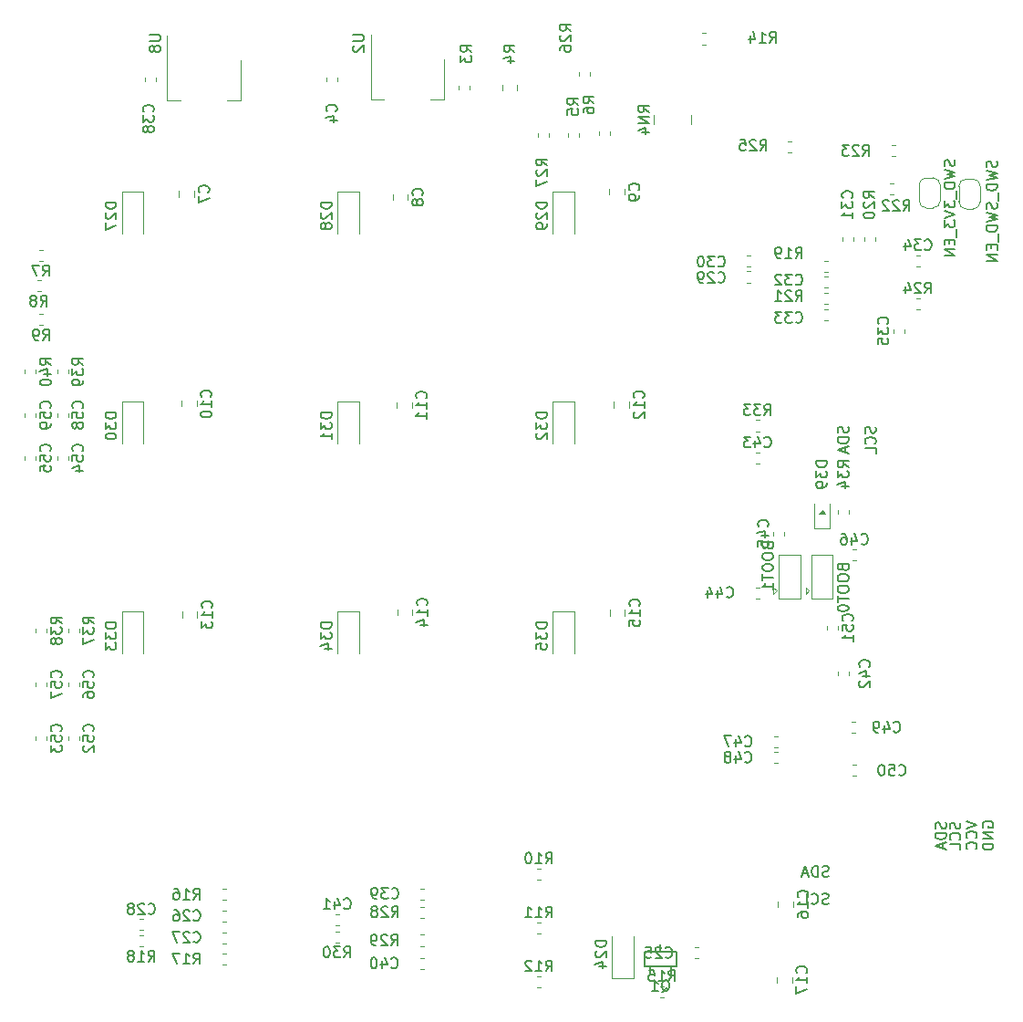
<source format=gbr>
G04 #@! TF.GenerationSoftware,KiCad,Pcbnew,5.1.2-f72e74a~84~ubuntu18.04.1*
G04 #@! TF.CreationDate,2019-06-06T16:00:06+08:00*
G04 #@! TF.ProjectId,stm32_aux_keyboard,73746d33-325f-4617-9578-5f6b6579626f,rev?*
G04 #@! TF.SameCoordinates,Original*
G04 #@! TF.FileFunction,Legend,Bot*
G04 #@! TF.FilePolarity,Positive*
%FSLAX46Y46*%
G04 Gerber Fmt 4.6, Leading zero omitted, Abs format (unit mm)*
G04 Created by KiCad (PCBNEW 5.1.2-f72e74a~84~ubuntu18.04.1) date 2019-06-06 16:00:06*
%MOMM*%
%LPD*%
G04 APERTURE LIST*
%ADD10C,0.120000*%
%ADD11C,0.200000*%
%ADD12C,0.100000*%
%ADD13C,0.127000*%
%ADD14C,0.150000*%
G04 APERTURE END LIST*
D10*
X80880000Y-30000000D02*
X80880000Y-29200000D01*
X84320000Y-30000000D02*
X84320000Y-29200000D01*
X70130000Y-31231267D02*
X70130000Y-30888733D01*
X71150000Y-31231267D02*
X71150000Y-30888733D01*
X73890000Y-25571267D02*
X73890000Y-25228733D01*
X74910000Y-25571267D02*
X74910000Y-25228733D01*
X23838733Y-47660000D02*
X24181267Y-47660000D01*
X23838733Y-48680000D02*
X24181267Y-48680000D01*
X23598733Y-44520000D02*
X23941267Y-44520000D01*
X23598733Y-45540000D02*
X23941267Y-45540000D01*
X23798733Y-41720000D02*
X24141267Y-41720000D01*
X23798733Y-42740000D02*
X24141267Y-42740000D01*
X92300000Y-109671252D02*
X92300000Y-109148748D01*
X93720000Y-109671252D02*
X93720000Y-109148748D01*
X92410000Y-102671252D02*
X92410000Y-102148748D01*
X93830000Y-102671252D02*
X93830000Y-102148748D01*
X76770000Y-75616252D02*
X76770000Y-75093748D01*
X78190000Y-75616252D02*
X78190000Y-75093748D01*
X57050000Y-75571252D02*
X57050000Y-75048748D01*
X58470000Y-75571252D02*
X58470000Y-75048748D01*
X37070000Y-75781252D02*
X37070000Y-75258748D01*
X38490000Y-75781252D02*
X38490000Y-75258748D01*
X77180000Y-56306252D02*
X77180000Y-55783748D01*
X78600000Y-56306252D02*
X78600000Y-55783748D01*
X56990000Y-56361252D02*
X56990000Y-55838748D01*
X58410000Y-56361252D02*
X58410000Y-55838748D01*
X37000000Y-56221252D02*
X37000000Y-55698748D01*
X38420000Y-56221252D02*
X38420000Y-55698748D01*
X76740000Y-36576252D02*
X76740000Y-36053748D01*
X78160000Y-36576252D02*
X78160000Y-36053748D01*
X56630000Y-37046252D02*
X56630000Y-36523748D01*
X58050000Y-37046252D02*
X58050000Y-36523748D01*
X36790000Y-36761252D02*
X36790000Y-36238748D01*
X38210000Y-36761252D02*
X38210000Y-36238748D01*
X93671267Y-32610000D02*
X93328733Y-32610000D01*
X93671267Y-31590000D02*
X93328733Y-31590000D01*
X105571267Y-47210000D02*
X105228733Y-47210000D01*
X105571267Y-46190000D02*
X105228733Y-46190000D01*
X103271267Y-33010000D02*
X102928733Y-33010000D01*
X103271267Y-31990000D02*
X102928733Y-31990000D01*
X102828733Y-35490000D02*
X103171267Y-35490000D01*
X102828733Y-36510000D02*
X103171267Y-36510000D01*
X97071267Y-46710000D02*
X96728733Y-46710000D01*
X97071267Y-45690000D02*
X96728733Y-45690000D01*
X100390000Y-40871267D02*
X100390000Y-40528733D01*
X101410000Y-40871267D02*
X101410000Y-40528733D01*
X97071267Y-43710000D02*
X96728733Y-43710000D01*
X97071267Y-42690000D02*
X96728733Y-42690000D01*
X111200000Y-37200000D02*
X111200000Y-35800000D01*
X110500000Y-35100000D02*
X109900000Y-35100000D01*
X109200000Y-35800000D02*
X109200000Y-37200000D01*
X109900000Y-37900000D02*
X110500000Y-37900000D01*
X110500000Y-37900000D02*
G75*
G03X111200000Y-37200000I0J700000D01*
G01*
X109200000Y-37200000D02*
G75*
G03X109900000Y-37900000I700000J0D01*
G01*
X109900000Y-35100000D02*
G75*
G03X109200000Y-35800000I0J-700000D01*
G01*
X111200000Y-35800000D02*
G75*
G03X110500000Y-35100000I-700000J0D01*
G01*
X107500000Y-37100000D02*
X107500000Y-35700000D01*
X106800000Y-35000000D02*
X106200000Y-35000000D01*
X105500000Y-35700000D02*
X105500000Y-37100000D01*
X106200000Y-37800000D02*
X106800000Y-37800000D01*
X106800000Y-37800000D02*
G75*
G03X107500000Y-37100000I0J700000D01*
G01*
X105500000Y-37100000D02*
G75*
G03X106200000Y-37800000I700000J0D01*
G01*
X106200000Y-35000000D02*
G75*
G03X105500000Y-35700000I0J-700000D01*
G01*
X107500000Y-35700000D02*
G75*
G03X106800000Y-35000000I-700000J0D01*
G01*
X104160000Y-49028733D02*
X104160000Y-49371267D01*
X103140000Y-49028733D02*
X103140000Y-49371267D01*
X105571267Y-43210000D02*
X105228733Y-43210000D01*
X105571267Y-42190000D02*
X105228733Y-42190000D01*
X97071267Y-48210000D02*
X96728733Y-48210000D01*
X97071267Y-47190000D02*
X96728733Y-47190000D01*
X96728733Y-44190000D02*
X97071267Y-44190000D01*
X96728733Y-45210000D02*
X97071267Y-45210000D01*
X99410000Y-40528733D02*
X99410000Y-40871267D01*
X98390000Y-40528733D02*
X98390000Y-40871267D01*
X89528733Y-42190000D02*
X89871267Y-42190000D01*
X89528733Y-43210000D02*
X89871267Y-43210000D01*
X89528733Y-43690000D02*
X89871267Y-43690000D01*
X89528733Y-44710000D02*
X89871267Y-44710000D01*
D11*
X96500000Y-65900000D02*
X96500000Y-66100000D01*
D12*
X96400000Y-66050000D02*
X96600000Y-66050000D01*
X96800000Y-66200000D02*
X96200000Y-66200000D01*
X96500000Y-65800000D02*
X96800000Y-66200000D01*
X96700000Y-66100000D02*
X96300000Y-66100000D01*
X96200000Y-66200000D02*
X96500000Y-65800000D01*
D10*
X97235000Y-65200000D02*
X97235000Y-67485000D01*
X97235000Y-67485000D02*
X95765000Y-67485000D01*
X95765000Y-67485000D02*
X95765000Y-65200000D01*
X97990000Y-66171267D02*
X97990000Y-65828733D01*
X99010000Y-66171267D02*
X99010000Y-65828733D01*
X90671267Y-58510000D02*
X90328733Y-58510000D01*
X90671267Y-57490000D02*
X90328733Y-57490000D01*
X94500000Y-74050000D02*
X94500000Y-69950000D01*
X94500000Y-69950000D02*
X92500000Y-69950000D01*
X92500000Y-69950000D02*
X92500000Y-74050000D01*
X92500000Y-74050000D02*
X94500000Y-74050000D01*
X92300000Y-73300000D02*
X92000000Y-73600000D01*
X92000000Y-73600000D02*
X92000000Y-73000000D01*
X92300000Y-73300000D02*
X92000000Y-73000000D01*
X97500000Y-74050000D02*
X97500000Y-69950000D01*
X97500000Y-69950000D02*
X95500000Y-69950000D01*
X95500000Y-69950000D02*
X95500000Y-74050000D01*
X95500000Y-74050000D02*
X97500000Y-74050000D01*
X95300000Y-73300000D02*
X95000000Y-73600000D01*
X95000000Y-73600000D02*
X95000000Y-73000000D01*
X95300000Y-73300000D02*
X95000000Y-73000000D01*
X96990000Y-76913767D02*
X96990000Y-76571233D01*
X98010000Y-76913767D02*
X98010000Y-76571233D01*
X99328733Y-89490000D02*
X99671267Y-89490000D01*
X99328733Y-90510000D02*
X99671267Y-90510000D01*
X99203733Y-85490000D02*
X99546267Y-85490000D01*
X99203733Y-86510000D02*
X99546267Y-86510000D01*
X92028733Y-88290000D02*
X92371267Y-88290000D01*
X92028733Y-89310000D02*
X92371267Y-89310000D01*
X92028733Y-86815000D02*
X92371267Y-86815000D01*
X92028733Y-87835000D02*
X92371267Y-87835000D01*
X99671267Y-70510000D02*
X99328733Y-70510000D01*
X99671267Y-69490000D02*
X99328733Y-69490000D01*
X93010000Y-67828733D02*
X93010000Y-68171267D01*
X91990000Y-67828733D02*
X91990000Y-68171267D01*
X90328733Y-72990000D02*
X90671267Y-72990000D01*
X90328733Y-74010000D02*
X90671267Y-74010000D01*
X90671267Y-61510000D02*
X90328733Y-61510000D01*
X90671267Y-60490000D02*
X90328733Y-60490000D01*
X99010000Y-80828733D02*
X99010000Y-81171267D01*
X97990000Y-80828733D02*
X97990000Y-81171267D01*
X54590000Y-21750000D02*
X54590000Y-27760000D01*
X61410000Y-24000000D02*
X61410000Y-27760000D01*
X54590000Y-27760000D02*
X55850000Y-27760000D01*
X61410000Y-27760000D02*
X60150000Y-27760000D01*
X76810000Y-30728733D02*
X76810000Y-31071267D01*
X75790000Y-30728733D02*
X75790000Y-31071267D01*
X73910000Y-30878733D02*
X73910000Y-31221267D01*
X72890000Y-30878733D02*
X72890000Y-31221267D01*
X68210000Y-26341422D02*
X68210000Y-26858578D01*
X66790000Y-26341422D02*
X66790000Y-26858578D01*
X62740000Y-26771267D02*
X62740000Y-26428733D01*
X63760000Y-26771267D02*
X63760000Y-26428733D01*
X50490000Y-26021267D02*
X50490000Y-25678733D01*
X51510000Y-26021267D02*
X51510000Y-25678733D01*
X70371267Y-110110000D02*
X70028733Y-110110000D01*
X70371267Y-109090000D02*
X70028733Y-109090000D01*
X81796267Y-111010000D02*
X81453733Y-111010000D01*
X81796267Y-109990000D02*
X81453733Y-109990000D01*
X85328733Y-21590000D02*
X85671267Y-21590000D01*
X85328733Y-22610000D02*
X85671267Y-22610000D01*
X70371267Y-105110000D02*
X70028733Y-105110000D01*
X70371267Y-104090000D02*
X70028733Y-104090000D01*
X70371267Y-100110000D02*
X70028733Y-100110000D01*
X70371267Y-99090000D02*
X70028733Y-99090000D01*
D13*
X80547500Y-108198500D02*
X80547500Y-108858900D01*
X82452500Y-108198500D02*
X82452500Y-108858900D01*
X81500000Y-106801500D02*
X81500000Y-106141100D01*
X82998600Y-106801500D02*
X80001400Y-106801500D01*
X80001400Y-106801500D02*
X80001400Y-108198500D01*
X80001400Y-108198500D02*
X82998600Y-108198500D01*
X82998600Y-108198500D02*
X82998600Y-106801500D01*
D10*
X79000000Y-109275000D02*
X79000000Y-105375000D01*
X77000000Y-109275000D02*
X77000000Y-105375000D01*
X79000000Y-109275000D02*
X77000000Y-109275000D01*
X84653733Y-106415000D02*
X84996267Y-106415000D01*
X84653733Y-107435000D02*
X84996267Y-107435000D01*
X71500000Y-75250000D02*
X71500000Y-79150000D01*
X73500000Y-75250000D02*
X73500000Y-79150000D01*
X71500000Y-75250000D02*
X73500000Y-75250000D01*
X51500000Y-75250000D02*
X51500000Y-79150000D01*
X53500000Y-75250000D02*
X53500000Y-79150000D01*
X51500000Y-75250000D02*
X53500000Y-75250000D01*
X31500000Y-75250000D02*
X31500000Y-79150000D01*
X33500000Y-75250000D02*
X33500000Y-79150000D01*
X31500000Y-75250000D02*
X33500000Y-75250000D01*
X71500000Y-55750000D02*
X71500000Y-59650000D01*
X73500000Y-55750000D02*
X73500000Y-59650000D01*
X71500000Y-55750000D02*
X73500000Y-55750000D01*
X51500000Y-55750000D02*
X51500000Y-59650000D01*
X53500000Y-55750000D02*
X53500000Y-59650000D01*
X51500000Y-55750000D02*
X53500000Y-55750000D01*
X31500000Y-55750000D02*
X31500000Y-59650000D01*
X33500000Y-55750000D02*
X33500000Y-59650000D01*
X31500000Y-55750000D02*
X33500000Y-55750000D01*
X71500000Y-36250000D02*
X71500000Y-40150000D01*
X73500000Y-36250000D02*
X73500000Y-40150000D01*
X71500000Y-36250000D02*
X73500000Y-36250000D01*
X51500000Y-36250000D02*
X51500000Y-40150000D01*
X53500000Y-36250000D02*
X53500000Y-40150000D01*
X51500000Y-36250000D02*
X53500000Y-36250000D01*
X31500000Y-36250000D02*
X31500000Y-40150000D01*
X33500000Y-36250000D02*
X33500000Y-40150000D01*
X31500000Y-36250000D02*
X33500000Y-36250000D01*
X35690000Y-21800000D02*
X35690000Y-27810000D01*
X42510000Y-24050000D02*
X42510000Y-27810000D01*
X35690000Y-27810000D02*
X36950000Y-27810000D01*
X42510000Y-27810000D02*
X41250000Y-27810000D01*
X33590000Y-26071267D02*
X33590000Y-25728733D01*
X34610000Y-26071267D02*
X34610000Y-25728733D01*
X51303733Y-104940000D02*
X51646267Y-104940000D01*
X51303733Y-105960000D02*
X51646267Y-105960000D01*
X59521267Y-106260000D02*
X59178733Y-106260000D01*
X59521267Y-105240000D02*
X59178733Y-105240000D01*
X59571267Y-103660000D02*
X59228733Y-103660000D01*
X59571267Y-102640000D02*
X59228733Y-102640000D01*
X51646267Y-104335000D02*
X51303733Y-104335000D01*
X51646267Y-103315000D02*
X51303733Y-103315000D01*
X59178733Y-107390000D02*
X59521267Y-107390000D01*
X59178733Y-108410000D02*
X59521267Y-108410000D01*
X59228733Y-100940000D02*
X59571267Y-100940000D01*
X59228733Y-101960000D02*
X59571267Y-101960000D01*
X33128733Y-105315000D02*
X33471267Y-105315000D01*
X33128733Y-106335000D02*
X33471267Y-106335000D01*
X41171267Y-108010000D02*
X40828733Y-108010000D01*
X41171267Y-106990000D02*
X40828733Y-106990000D01*
X41171267Y-102010000D02*
X40828733Y-102010000D01*
X41171267Y-100990000D02*
X40828733Y-100990000D01*
X33471267Y-104810000D02*
X33128733Y-104810000D01*
X33471267Y-103790000D02*
X33128733Y-103790000D01*
X40828733Y-104990000D02*
X41171267Y-104990000D01*
X40828733Y-106010000D02*
X41171267Y-106010000D01*
X40828733Y-102990000D02*
X41171267Y-102990000D01*
X40828733Y-104010000D02*
X41171267Y-104010000D01*
X22490000Y-53171267D02*
X22490000Y-52828733D01*
X23510000Y-53171267D02*
X23510000Y-52828733D01*
X25490000Y-53171267D02*
X25490000Y-52828733D01*
X26510000Y-53171267D02*
X26510000Y-52828733D01*
X23490000Y-77171267D02*
X23490000Y-76828733D01*
X24510000Y-77171267D02*
X24510000Y-76828733D01*
X26490000Y-77171267D02*
X26490000Y-76828733D01*
X27510000Y-77171267D02*
X27510000Y-76828733D01*
X22490000Y-57171267D02*
X22490000Y-56828733D01*
X23510000Y-57171267D02*
X23510000Y-56828733D01*
X25490000Y-57171267D02*
X25490000Y-56828733D01*
X26510000Y-57171267D02*
X26510000Y-56828733D01*
X23490000Y-82171267D02*
X23490000Y-81828733D01*
X24510000Y-82171267D02*
X24510000Y-81828733D01*
X26490000Y-82171267D02*
X26490000Y-81828733D01*
X27510000Y-82171267D02*
X27510000Y-81828733D01*
X22490000Y-61171267D02*
X22490000Y-60828733D01*
X23510000Y-61171267D02*
X23510000Y-60828733D01*
X25490000Y-61171267D02*
X25490000Y-60828733D01*
X26510000Y-61171267D02*
X26510000Y-60828733D01*
X23490000Y-87171267D02*
X23490000Y-86828733D01*
X24510000Y-87171267D02*
X24510000Y-86828733D01*
X26490000Y-87171267D02*
X26490000Y-86828733D01*
X27510000Y-87171267D02*
X27510000Y-86828733D01*
D14*
X80452380Y-28909523D02*
X79976190Y-28576190D01*
X80452380Y-28338095D02*
X79452380Y-28338095D01*
X79452380Y-28719047D01*
X79500000Y-28814285D01*
X79547619Y-28861904D01*
X79642857Y-28909523D01*
X79785714Y-28909523D01*
X79880952Y-28861904D01*
X79928571Y-28814285D01*
X79976190Y-28719047D01*
X79976190Y-28338095D01*
X80452380Y-29338095D02*
X79452380Y-29338095D01*
X80452380Y-29909523D01*
X79452380Y-29909523D01*
X79785714Y-30814285D02*
X80452380Y-30814285D01*
X79404761Y-30576190D02*
X80119047Y-30338095D01*
X80119047Y-30957142D01*
X70952380Y-33857142D02*
X70476190Y-33523809D01*
X70952380Y-33285714D02*
X69952380Y-33285714D01*
X69952380Y-33666666D01*
X70000000Y-33761904D01*
X70047619Y-33809523D01*
X70142857Y-33857142D01*
X70285714Y-33857142D01*
X70380952Y-33809523D01*
X70428571Y-33761904D01*
X70476190Y-33666666D01*
X70476190Y-33285714D01*
X70047619Y-34238095D02*
X70000000Y-34285714D01*
X69952380Y-34380952D01*
X69952380Y-34619047D01*
X70000000Y-34714285D01*
X70047619Y-34761904D01*
X70142857Y-34809523D01*
X70238095Y-34809523D01*
X70380952Y-34761904D01*
X70952380Y-34190476D01*
X70952380Y-34809523D01*
X69952380Y-35142857D02*
X69952380Y-35809523D01*
X70952380Y-35380952D01*
X73182380Y-21382143D02*
X72706190Y-21048810D01*
X73182380Y-20810715D02*
X72182380Y-20810715D01*
X72182380Y-21191667D01*
X72230000Y-21286905D01*
X72277619Y-21334524D01*
X72372857Y-21382143D01*
X72515714Y-21382143D01*
X72610952Y-21334524D01*
X72658571Y-21286905D01*
X72706190Y-21191667D01*
X72706190Y-20810715D01*
X72277619Y-21763096D02*
X72230000Y-21810715D01*
X72182380Y-21905953D01*
X72182380Y-22144048D01*
X72230000Y-22239286D01*
X72277619Y-22286905D01*
X72372857Y-22334524D01*
X72468095Y-22334524D01*
X72610952Y-22286905D01*
X73182380Y-21715477D01*
X73182380Y-22334524D01*
X72182380Y-23191667D02*
X72182380Y-23001191D01*
X72230000Y-22905953D01*
X72277619Y-22858334D01*
X72420476Y-22763096D01*
X72610952Y-22715477D01*
X72991904Y-22715477D01*
X73087142Y-22763096D01*
X73134761Y-22810715D01*
X73182380Y-22905953D01*
X73182380Y-23096429D01*
X73134761Y-23191667D01*
X73087142Y-23239286D01*
X72991904Y-23286905D01*
X72753809Y-23286905D01*
X72658571Y-23239286D01*
X72610952Y-23191667D01*
X72563333Y-23096429D01*
X72563333Y-22905953D01*
X72610952Y-22810715D01*
X72658571Y-22763096D01*
X72753809Y-22715477D01*
X24176666Y-50052380D02*
X24510000Y-49576190D01*
X24748095Y-50052380D02*
X24748095Y-49052380D01*
X24367142Y-49052380D01*
X24271904Y-49100000D01*
X24224285Y-49147619D01*
X24176666Y-49242857D01*
X24176666Y-49385714D01*
X24224285Y-49480952D01*
X24271904Y-49528571D01*
X24367142Y-49576190D01*
X24748095Y-49576190D01*
X23700476Y-50052380D02*
X23510000Y-50052380D01*
X23414761Y-50004761D01*
X23367142Y-49957142D01*
X23271904Y-49814285D01*
X23224285Y-49623809D01*
X23224285Y-49242857D01*
X23271904Y-49147619D01*
X23319523Y-49100000D01*
X23414761Y-49052380D01*
X23605238Y-49052380D01*
X23700476Y-49100000D01*
X23748095Y-49147619D01*
X23795714Y-49242857D01*
X23795714Y-49480952D01*
X23748095Y-49576190D01*
X23700476Y-49623809D01*
X23605238Y-49671428D01*
X23414761Y-49671428D01*
X23319523Y-49623809D01*
X23271904Y-49576190D01*
X23224285Y-49480952D01*
X23936666Y-46912380D02*
X24270000Y-46436190D01*
X24508095Y-46912380D02*
X24508095Y-45912380D01*
X24127142Y-45912380D01*
X24031904Y-45960000D01*
X23984285Y-46007619D01*
X23936666Y-46102857D01*
X23936666Y-46245714D01*
X23984285Y-46340952D01*
X24031904Y-46388571D01*
X24127142Y-46436190D01*
X24508095Y-46436190D01*
X23365238Y-46340952D02*
X23460476Y-46293333D01*
X23508095Y-46245714D01*
X23555714Y-46150476D01*
X23555714Y-46102857D01*
X23508095Y-46007619D01*
X23460476Y-45960000D01*
X23365238Y-45912380D01*
X23174761Y-45912380D01*
X23079523Y-45960000D01*
X23031904Y-46007619D01*
X22984285Y-46102857D01*
X22984285Y-46150476D01*
X23031904Y-46245714D01*
X23079523Y-46293333D01*
X23174761Y-46340952D01*
X23365238Y-46340952D01*
X23460476Y-46388571D01*
X23508095Y-46436190D01*
X23555714Y-46531428D01*
X23555714Y-46721904D01*
X23508095Y-46817142D01*
X23460476Y-46864761D01*
X23365238Y-46912380D01*
X23174761Y-46912380D01*
X23079523Y-46864761D01*
X23031904Y-46817142D01*
X22984285Y-46721904D01*
X22984285Y-46531428D01*
X23031904Y-46436190D01*
X23079523Y-46388571D01*
X23174761Y-46340952D01*
X24136666Y-44112380D02*
X24470000Y-43636190D01*
X24708095Y-44112380D02*
X24708095Y-43112380D01*
X24327142Y-43112380D01*
X24231904Y-43160000D01*
X24184285Y-43207619D01*
X24136666Y-43302857D01*
X24136666Y-43445714D01*
X24184285Y-43540952D01*
X24231904Y-43588571D01*
X24327142Y-43636190D01*
X24708095Y-43636190D01*
X23803333Y-43112380D02*
X23136666Y-43112380D01*
X23565238Y-44112380D01*
X95017142Y-108767142D02*
X95064761Y-108719523D01*
X95112380Y-108576666D01*
X95112380Y-108481428D01*
X95064761Y-108338571D01*
X94969523Y-108243333D01*
X94874285Y-108195714D01*
X94683809Y-108148095D01*
X94540952Y-108148095D01*
X94350476Y-108195714D01*
X94255238Y-108243333D01*
X94160000Y-108338571D01*
X94112380Y-108481428D01*
X94112380Y-108576666D01*
X94160000Y-108719523D01*
X94207619Y-108767142D01*
X95112380Y-109719523D02*
X95112380Y-109148095D01*
X95112380Y-109433809D02*
X94112380Y-109433809D01*
X94255238Y-109338571D01*
X94350476Y-109243333D01*
X94398095Y-109148095D01*
X94112380Y-110052857D02*
X94112380Y-110719523D01*
X95112380Y-110290952D01*
X95127142Y-101767142D02*
X95174761Y-101719523D01*
X95222380Y-101576666D01*
X95222380Y-101481428D01*
X95174761Y-101338571D01*
X95079523Y-101243333D01*
X94984285Y-101195714D01*
X94793809Y-101148095D01*
X94650952Y-101148095D01*
X94460476Y-101195714D01*
X94365238Y-101243333D01*
X94270000Y-101338571D01*
X94222380Y-101481428D01*
X94222380Y-101576666D01*
X94270000Y-101719523D01*
X94317619Y-101767142D01*
X95222380Y-102719523D02*
X95222380Y-102148095D01*
X95222380Y-102433809D02*
X94222380Y-102433809D01*
X94365238Y-102338571D01*
X94460476Y-102243333D01*
X94508095Y-102148095D01*
X94222380Y-103576666D02*
X94222380Y-103386190D01*
X94270000Y-103290952D01*
X94317619Y-103243333D01*
X94460476Y-103148095D01*
X94650952Y-103100476D01*
X95031904Y-103100476D01*
X95127142Y-103148095D01*
X95174761Y-103195714D01*
X95222380Y-103290952D01*
X95222380Y-103481428D01*
X95174761Y-103576666D01*
X95127142Y-103624285D01*
X95031904Y-103671904D01*
X94793809Y-103671904D01*
X94698571Y-103624285D01*
X94650952Y-103576666D01*
X94603333Y-103481428D01*
X94603333Y-103290952D01*
X94650952Y-103195714D01*
X94698571Y-103148095D01*
X94793809Y-103100476D01*
X79487142Y-74712142D02*
X79534761Y-74664523D01*
X79582380Y-74521666D01*
X79582380Y-74426428D01*
X79534761Y-74283571D01*
X79439523Y-74188333D01*
X79344285Y-74140714D01*
X79153809Y-74093095D01*
X79010952Y-74093095D01*
X78820476Y-74140714D01*
X78725238Y-74188333D01*
X78630000Y-74283571D01*
X78582380Y-74426428D01*
X78582380Y-74521666D01*
X78630000Y-74664523D01*
X78677619Y-74712142D01*
X79582380Y-75664523D02*
X79582380Y-75093095D01*
X79582380Y-75378809D02*
X78582380Y-75378809D01*
X78725238Y-75283571D01*
X78820476Y-75188333D01*
X78868095Y-75093095D01*
X78582380Y-76569285D02*
X78582380Y-76093095D01*
X79058571Y-76045476D01*
X79010952Y-76093095D01*
X78963333Y-76188333D01*
X78963333Y-76426428D01*
X79010952Y-76521666D01*
X79058571Y-76569285D01*
X79153809Y-76616904D01*
X79391904Y-76616904D01*
X79487142Y-76569285D01*
X79534761Y-76521666D01*
X79582380Y-76426428D01*
X79582380Y-76188333D01*
X79534761Y-76093095D01*
X79487142Y-76045476D01*
X59767142Y-74667142D02*
X59814761Y-74619523D01*
X59862380Y-74476666D01*
X59862380Y-74381428D01*
X59814761Y-74238571D01*
X59719523Y-74143333D01*
X59624285Y-74095714D01*
X59433809Y-74048095D01*
X59290952Y-74048095D01*
X59100476Y-74095714D01*
X59005238Y-74143333D01*
X58910000Y-74238571D01*
X58862380Y-74381428D01*
X58862380Y-74476666D01*
X58910000Y-74619523D01*
X58957619Y-74667142D01*
X59862380Y-75619523D02*
X59862380Y-75048095D01*
X59862380Y-75333809D02*
X58862380Y-75333809D01*
X59005238Y-75238571D01*
X59100476Y-75143333D01*
X59148095Y-75048095D01*
X59195714Y-76476666D02*
X59862380Y-76476666D01*
X58814761Y-76238571D02*
X59529047Y-76000476D01*
X59529047Y-76619523D01*
X39787142Y-74877142D02*
X39834761Y-74829523D01*
X39882380Y-74686666D01*
X39882380Y-74591428D01*
X39834761Y-74448571D01*
X39739523Y-74353333D01*
X39644285Y-74305714D01*
X39453809Y-74258095D01*
X39310952Y-74258095D01*
X39120476Y-74305714D01*
X39025238Y-74353333D01*
X38930000Y-74448571D01*
X38882380Y-74591428D01*
X38882380Y-74686666D01*
X38930000Y-74829523D01*
X38977619Y-74877142D01*
X39882380Y-75829523D02*
X39882380Y-75258095D01*
X39882380Y-75543809D02*
X38882380Y-75543809D01*
X39025238Y-75448571D01*
X39120476Y-75353333D01*
X39168095Y-75258095D01*
X38882380Y-76162857D02*
X38882380Y-76781904D01*
X39263333Y-76448571D01*
X39263333Y-76591428D01*
X39310952Y-76686666D01*
X39358571Y-76734285D01*
X39453809Y-76781904D01*
X39691904Y-76781904D01*
X39787142Y-76734285D01*
X39834761Y-76686666D01*
X39882380Y-76591428D01*
X39882380Y-76305714D01*
X39834761Y-76210476D01*
X39787142Y-76162857D01*
X79897142Y-55402142D02*
X79944761Y-55354523D01*
X79992380Y-55211666D01*
X79992380Y-55116428D01*
X79944761Y-54973571D01*
X79849523Y-54878333D01*
X79754285Y-54830714D01*
X79563809Y-54783095D01*
X79420952Y-54783095D01*
X79230476Y-54830714D01*
X79135238Y-54878333D01*
X79040000Y-54973571D01*
X78992380Y-55116428D01*
X78992380Y-55211666D01*
X79040000Y-55354523D01*
X79087619Y-55402142D01*
X79992380Y-56354523D02*
X79992380Y-55783095D01*
X79992380Y-56068809D02*
X78992380Y-56068809D01*
X79135238Y-55973571D01*
X79230476Y-55878333D01*
X79278095Y-55783095D01*
X79087619Y-56735476D02*
X79040000Y-56783095D01*
X78992380Y-56878333D01*
X78992380Y-57116428D01*
X79040000Y-57211666D01*
X79087619Y-57259285D01*
X79182857Y-57306904D01*
X79278095Y-57306904D01*
X79420952Y-57259285D01*
X79992380Y-56687857D01*
X79992380Y-57306904D01*
X59707142Y-55457142D02*
X59754761Y-55409523D01*
X59802380Y-55266666D01*
X59802380Y-55171428D01*
X59754761Y-55028571D01*
X59659523Y-54933333D01*
X59564285Y-54885714D01*
X59373809Y-54838095D01*
X59230952Y-54838095D01*
X59040476Y-54885714D01*
X58945238Y-54933333D01*
X58850000Y-55028571D01*
X58802380Y-55171428D01*
X58802380Y-55266666D01*
X58850000Y-55409523D01*
X58897619Y-55457142D01*
X59802380Y-56409523D02*
X59802380Y-55838095D01*
X59802380Y-56123809D02*
X58802380Y-56123809D01*
X58945238Y-56028571D01*
X59040476Y-55933333D01*
X59088095Y-55838095D01*
X59802380Y-57361904D02*
X59802380Y-56790476D01*
X59802380Y-57076190D02*
X58802380Y-57076190D01*
X58945238Y-56980952D01*
X59040476Y-56885714D01*
X59088095Y-56790476D01*
X39717142Y-55317142D02*
X39764761Y-55269523D01*
X39812380Y-55126666D01*
X39812380Y-55031428D01*
X39764761Y-54888571D01*
X39669523Y-54793333D01*
X39574285Y-54745714D01*
X39383809Y-54698095D01*
X39240952Y-54698095D01*
X39050476Y-54745714D01*
X38955238Y-54793333D01*
X38860000Y-54888571D01*
X38812380Y-55031428D01*
X38812380Y-55126666D01*
X38860000Y-55269523D01*
X38907619Y-55317142D01*
X39812380Y-56269523D02*
X39812380Y-55698095D01*
X39812380Y-55983809D02*
X38812380Y-55983809D01*
X38955238Y-55888571D01*
X39050476Y-55793333D01*
X39098095Y-55698095D01*
X38812380Y-56888571D02*
X38812380Y-56983809D01*
X38860000Y-57079047D01*
X38907619Y-57126666D01*
X39002857Y-57174285D01*
X39193333Y-57221904D01*
X39431428Y-57221904D01*
X39621904Y-57174285D01*
X39717142Y-57126666D01*
X39764761Y-57079047D01*
X39812380Y-56983809D01*
X39812380Y-56888571D01*
X39764761Y-56793333D01*
X39717142Y-56745714D01*
X39621904Y-56698095D01*
X39431428Y-56650476D01*
X39193333Y-56650476D01*
X39002857Y-56698095D01*
X38907619Y-56745714D01*
X38860000Y-56793333D01*
X38812380Y-56888571D01*
X79457142Y-36148333D02*
X79504761Y-36100714D01*
X79552380Y-35957857D01*
X79552380Y-35862619D01*
X79504761Y-35719761D01*
X79409523Y-35624523D01*
X79314285Y-35576904D01*
X79123809Y-35529285D01*
X78980952Y-35529285D01*
X78790476Y-35576904D01*
X78695238Y-35624523D01*
X78600000Y-35719761D01*
X78552380Y-35862619D01*
X78552380Y-35957857D01*
X78600000Y-36100714D01*
X78647619Y-36148333D01*
X79552380Y-36624523D02*
X79552380Y-36815000D01*
X79504761Y-36910238D01*
X79457142Y-36957857D01*
X79314285Y-37053095D01*
X79123809Y-37100714D01*
X78742857Y-37100714D01*
X78647619Y-37053095D01*
X78600000Y-37005476D01*
X78552380Y-36910238D01*
X78552380Y-36719761D01*
X78600000Y-36624523D01*
X78647619Y-36576904D01*
X78742857Y-36529285D01*
X78980952Y-36529285D01*
X79076190Y-36576904D01*
X79123809Y-36624523D01*
X79171428Y-36719761D01*
X79171428Y-36910238D01*
X79123809Y-37005476D01*
X79076190Y-37053095D01*
X78980952Y-37100714D01*
X59347142Y-36618333D02*
X59394761Y-36570714D01*
X59442380Y-36427857D01*
X59442380Y-36332619D01*
X59394761Y-36189761D01*
X59299523Y-36094523D01*
X59204285Y-36046904D01*
X59013809Y-35999285D01*
X58870952Y-35999285D01*
X58680476Y-36046904D01*
X58585238Y-36094523D01*
X58490000Y-36189761D01*
X58442380Y-36332619D01*
X58442380Y-36427857D01*
X58490000Y-36570714D01*
X58537619Y-36618333D01*
X58870952Y-37189761D02*
X58823333Y-37094523D01*
X58775714Y-37046904D01*
X58680476Y-36999285D01*
X58632857Y-36999285D01*
X58537619Y-37046904D01*
X58490000Y-37094523D01*
X58442380Y-37189761D01*
X58442380Y-37380238D01*
X58490000Y-37475476D01*
X58537619Y-37523095D01*
X58632857Y-37570714D01*
X58680476Y-37570714D01*
X58775714Y-37523095D01*
X58823333Y-37475476D01*
X58870952Y-37380238D01*
X58870952Y-37189761D01*
X58918571Y-37094523D01*
X58966190Y-37046904D01*
X59061428Y-36999285D01*
X59251904Y-36999285D01*
X59347142Y-37046904D01*
X59394761Y-37094523D01*
X59442380Y-37189761D01*
X59442380Y-37380238D01*
X59394761Y-37475476D01*
X59347142Y-37523095D01*
X59251904Y-37570714D01*
X59061428Y-37570714D01*
X58966190Y-37523095D01*
X58918571Y-37475476D01*
X58870952Y-37380238D01*
X39507142Y-36333333D02*
X39554761Y-36285714D01*
X39602380Y-36142857D01*
X39602380Y-36047619D01*
X39554761Y-35904761D01*
X39459523Y-35809523D01*
X39364285Y-35761904D01*
X39173809Y-35714285D01*
X39030952Y-35714285D01*
X38840476Y-35761904D01*
X38745238Y-35809523D01*
X38650000Y-35904761D01*
X38602380Y-36047619D01*
X38602380Y-36142857D01*
X38650000Y-36285714D01*
X38697619Y-36333333D01*
X38602380Y-36666666D02*
X38602380Y-37333333D01*
X39602380Y-36904761D01*
X90742857Y-32452380D02*
X91076190Y-31976190D01*
X91314285Y-32452380D02*
X91314285Y-31452380D01*
X90933333Y-31452380D01*
X90838095Y-31500000D01*
X90790476Y-31547619D01*
X90742857Y-31642857D01*
X90742857Y-31785714D01*
X90790476Y-31880952D01*
X90838095Y-31928571D01*
X90933333Y-31976190D01*
X91314285Y-31976190D01*
X90361904Y-31547619D02*
X90314285Y-31500000D01*
X90219047Y-31452380D01*
X89980952Y-31452380D01*
X89885714Y-31500000D01*
X89838095Y-31547619D01*
X89790476Y-31642857D01*
X89790476Y-31738095D01*
X89838095Y-31880952D01*
X90409523Y-32452380D01*
X89790476Y-32452380D01*
X88885714Y-31452380D02*
X89361904Y-31452380D01*
X89409523Y-31928571D01*
X89361904Y-31880952D01*
X89266666Y-31833333D01*
X89028571Y-31833333D01*
X88933333Y-31880952D01*
X88885714Y-31928571D01*
X88838095Y-32023809D01*
X88838095Y-32261904D01*
X88885714Y-32357142D01*
X88933333Y-32404761D01*
X89028571Y-32452380D01*
X89266666Y-32452380D01*
X89361904Y-32404761D01*
X89409523Y-32357142D01*
X106042857Y-45722380D02*
X106376190Y-45246190D01*
X106614285Y-45722380D02*
X106614285Y-44722380D01*
X106233333Y-44722380D01*
X106138095Y-44770000D01*
X106090476Y-44817619D01*
X106042857Y-44912857D01*
X106042857Y-45055714D01*
X106090476Y-45150952D01*
X106138095Y-45198571D01*
X106233333Y-45246190D01*
X106614285Y-45246190D01*
X105661904Y-44817619D02*
X105614285Y-44770000D01*
X105519047Y-44722380D01*
X105280952Y-44722380D01*
X105185714Y-44770000D01*
X105138095Y-44817619D01*
X105090476Y-44912857D01*
X105090476Y-45008095D01*
X105138095Y-45150952D01*
X105709523Y-45722380D01*
X105090476Y-45722380D01*
X104233333Y-45055714D02*
X104233333Y-45722380D01*
X104471428Y-44674761D02*
X104709523Y-45389047D01*
X104090476Y-45389047D01*
X100292857Y-32952380D02*
X100626190Y-32476190D01*
X100864285Y-32952380D02*
X100864285Y-31952380D01*
X100483333Y-31952380D01*
X100388095Y-32000000D01*
X100340476Y-32047619D01*
X100292857Y-32142857D01*
X100292857Y-32285714D01*
X100340476Y-32380952D01*
X100388095Y-32428571D01*
X100483333Y-32476190D01*
X100864285Y-32476190D01*
X99911904Y-32047619D02*
X99864285Y-32000000D01*
X99769047Y-31952380D01*
X99530952Y-31952380D01*
X99435714Y-32000000D01*
X99388095Y-32047619D01*
X99340476Y-32142857D01*
X99340476Y-32238095D01*
X99388095Y-32380952D01*
X99959523Y-32952380D01*
X99340476Y-32952380D01*
X99007142Y-31952380D02*
X98388095Y-31952380D01*
X98721428Y-32333333D01*
X98578571Y-32333333D01*
X98483333Y-32380952D01*
X98435714Y-32428571D01*
X98388095Y-32523809D01*
X98388095Y-32761904D01*
X98435714Y-32857142D01*
X98483333Y-32904761D01*
X98578571Y-32952380D01*
X98864285Y-32952380D01*
X98959523Y-32904761D01*
X99007142Y-32857142D01*
X104042857Y-38052380D02*
X104376190Y-37576190D01*
X104614285Y-38052380D02*
X104614285Y-37052380D01*
X104233333Y-37052380D01*
X104138095Y-37100000D01*
X104090476Y-37147619D01*
X104042857Y-37242857D01*
X104042857Y-37385714D01*
X104090476Y-37480952D01*
X104138095Y-37528571D01*
X104233333Y-37576190D01*
X104614285Y-37576190D01*
X103661904Y-37147619D02*
X103614285Y-37100000D01*
X103519047Y-37052380D01*
X103280952Y-37052380D01*
X103185714Y-37100000D01*
X103138095Y-37147619D01*
X103090476Y-37242857D01*
X103090476Y-37338095D01*
X103138095Y-37480952D01*
X103709523Y-38052380D01*
X103090476Y-38052380D01*
X102709523Y-37147619D02*
X102661904Y-37100000D01*
X102566666Y-37052380D01*
X102328571Y-37052380D01*
X102233333Y-37100000D01*
X102185714Y-37147619D01*
X102138095Y-37242857D01*
X102138095Y-37338095D01*
X102185714Y-37480952D01*
X102757142Y-38052380D01*
X102138095Y-38052380D01*
X94042857Y-46452380D02*
X94376190Y-45976190D01*
X94614285Y-46452380D02*
X94614285Y-45452380D01*
X94233333Y-45452380D01*
X94138095Y-45500000D01*
X94090476Y-45547619D01*
X94042857Y-45642857D01*
X94042857Y-45785714D01*
X94090476Y-45880952D01*
X94138095Y-45928571D01*
X94233333Y-45976190D01*
X94614285Y-45976190D01*
X93661904Y-45547619D02*
X93614285Y-45500000D01*
X93519047Y-45452380D01*
X93280952Y-45452380D01*
X93185714Y-45500000D01*
X93138095Y-45547619D01*
X93090476Y-45642857D01*
X93090476Y-45738095D01*
X93138095Y-45880952D01*
X93709523Y-46452380D01*
X93090476Y-46452380D01*
X92138095Y-46452380D02*
X92709523Y-46452380D01*
X92423809Y-46452380D02*
X92423809Y-45452380D01*
X92519047Y-45595238D01*
X92614285Y-45690476D01*
X92709523Y-45738095D01*
X101352380Y-36857142D02*
X100876190Y-36523809D01*
X101352380Y-36285714D02*
X100352380Y-36285714D01*
X100352380Y-36666666D01*
X100400000Y-36761904D01*
X100447619Y-36809523D01*
X100542857Y-36857142D01*
X100685714Y-36857142D01*
X100780952Y-36809523D01*
X100828571Y-36761904D01*
X100876190Y-36666666D01*
X100876190Y-36285714D01*
X100447619Y-37238095D02*
X100400000Y-37285714D01*
X100352380Y-37380952D01*
X100352380Y-37619047D01*
X100400000Y-37714285D01*
X100447619Y-37761904D01*
X100542857Y-37809523D01*
X100638095Y-37809523D01*
X100780952Y-37761904D01*
X101352380Y-37190476D01*
X101352380Y-37809523D01*
X100352380Y-38428571D02*
X100352380Y-38523809D01*
X100400000Y-38619047D01*
X100447619Y-38666666D01*
X100542857Y-38714285D01*
X100733333Y-38761904D01*
X100971428Y-38761904D01*
X101161904Y-38714285D01*
X101257142Y-38666666D01*
X101304761Y-38619047D01*
X101352380Y-38523809D01*
X101352380Y-38428571D01*
X101304761Y-38333333D01*
X101257142Y-38285714D01*
X101161904Y-38238095D01*
X100971428Y-38190476D01*
X100733333Y-38190476D01*
X100542857Y-38238095D01*
X100447619Y-38285714D01*
X100400000Y-38333333D01*
X100352380Y-38428571D01*
X94042857Y-42452380D02*
X94376190Y-41976190D01*
X94614285Y-42452380D02*
X94614285Y-41452380D01*
X94233333Y-41452380D01*
X94138095Y-41500000D01*
X94090476Y-41547619D01*
X94042857Y-41642857D01*
X94042857Y-41785714D01*
X94090476Y-41880952D01*
X94138095Y-41928571D01*
X94233333Y-41976190D01*
X94614285Y-41976190D01*
X93090476Y-42452380D02*
X93661904Y-42452380D01*
X93376190Y-42452380D02*
X93376190Y-41452380D01*
X93471428Y-41595238D01*
X93566666Y-41690476D01*
X93661904Y-41738095D01*
X92614285Y-42452380D02*
X92423809Y-42452380D01*
X92328571Y-42404761D01*
X92280952Y-42357142D01*
X92185714Y-42214285D01*
X92138095Y-42023809D01*
X92138095Y-41642857D01*
X92185714Y-41547619D01*
X92233333Y-41500000D01*
X92328571Y-41452380D01*
X92519047Y-41452380D01*
X92614285Y-41500000D01*
X92661904Y-41547619D01*
X92709523Y-41642857D01*
X92709523Y-41880952D01*
X92661904Y-41976190D01*
X92614285Y-42023809D01*
X92519047Y-42071428D01*
X92328571Y-42071428D01*
X92233333Y-42023809D01*
X92185714Y-41976190D01*
X92138095Y-41880952D01*
X112704761Y-33457142D02*
X112752380Y-33600000D01*
X112752380Y-33838095D01*
X112704761Y-33933333D01*
X112657142Y-33980952D01*
X112561904Y-34028571D01*
X112466666Y-34028571D01*
X112371428Y-33980952D01*
X112323809Y-33933333D01*
X112276190Y-33838095D01*
X112228571Y-33647619D01*
X112180952Y-33552380D01*
X112133333Y-33504761D01*
X112038095Y-33457142D01*
X111942857Y-33457142D01*
X111847619Y-33504761D01*
X111800000Y-33552380D01*
X111752380Y-33647619D01*
X111752380Y-33885714D01*
X111800000Y-34028571D01*
X111752380Y-34361904D02*
X112752380Y-34600000D01*
X112038095Y-34790476D01*
X112752380Y-34980952D01*
X111752380Y-35219047D01*
X112752380Y-35600000D02*
X111752380Y-35600000D01*
X111752380Y-35838095D01*
X111800000Y-35980952D01*
X111895238Y-36076190D01*
X111990476Y-36123809D01*
X112180952Y-36171428D01*
X112323809Y-36171428D01*
X112514285Y-36123809D01*
X112609523Y-36076190D01*
X112704761Y-35980952D01*
X112752380Y-35838095D01*
X112752380Y-35600000D01*
X112847619Y-36361904D02*
X112847619Y-37123809D01*
X112704761Y-37314285D02*
X112752380Y-37457142D01*
X112752380Y-37695238D01*
X112704761Y-37790476D01*
X112657142Y-37838095D01*
X112561904Y-37885714D01*
X112466666Y-37885714D01*
X112371428Y-37838095D01*
X112323809Y-37790476D01*
X112276190Y-37695238D01*
X112228571Y-37504761D01*
X112180952Y-37409523D01*
X112133333Y-37361904D01*
X112038095Y-37314285D01*
X111942857Y-37314285D01*
X111847619Y-37361904D01*
X111800000Y-37409523D01*
X111752380Y-37504761D01*
X111752380Y-37742857D01*
X111800000Y-37885714D01*
X111752380Y-38219047D02*
X112752380Y-38457142D01*
X112038095Y-38647619D01*
X112752380Y-38838095D01*
X111752380Y-39076190D01*
X112752380Y-39457142D02*
X111752380Y-39457142D01*
X111752380Y-39695238D01*
X111800000Y-39838095D01*
X111895238Y-39933333D01*
X111990476Y-39980952D01*
X112180952Y-40028571D01*
X112323809Y-40028571D01*
X112514285Y-39980952D01*
X112609523Y-39933333D01*
X112704761Y-39838095D01*
X112752380Y-39695238D01*
X112752380Y-39457142D01*
X112847619Y-40219047D02*
X112847619Y-40980952D01*
X112228571Y-41219047D02*
X112228571Y-41552380D01*
X112752380Y-41695238D02*
X112752380Y-41219047D01*
X111752380Y-41219047D01*
X111752380Y-41695238D01*
X112752380Y-42123809D02*
X111752380Y-42123809D01*
X112752380Y-42695238D01*
X111752380Y-42695238D01*
X108804761Y-33323809D02*
X108852380Y-33466666D01*
X108852380Y-33704761D01*
X108804761Y-33800000D01*
X108757142Y-33847619D01*
X108661904Y-33895238D01*
X108566666Y-33895238D01*
X108471428Y-33847619D01*
X108423809Y-33800000D01*
X108376190Y-33704761D01*
X108328571Y-33514285D01*
X108280952Y-33419047D01*
X108233333Y-33371428D01*
X108138095Y-33323809D01*
X108042857Y-33323809D01*
X107947619Y-33371428D01*
X107900000Y-33419047D01*
X107852380Y-33514285D01*
X107852380Y-33752380D01*
X107900000Y-33895238D01*
X107852380Y-34228571D02*
X108852380Y-34466666D01*
X108138095Y-34657142D01*
X108852380Y-34847619D01*
X107852380Y-35085714D01*
X108852380Y-35466666D02*
X107852380Y-35466666D01*
X107852380Y-35704761D01*
X107900000Y-35847619D01*
X107995238Y-35942857D01*
X108090476Y-35990476D01*
X108280952Y-36038095D01*
X108423809Y-36038095D01*
X108614285Y-35990476D01*
X108709523Y-35942857D01*
X108804761Y-35847619D01*
X108852380Y-35704761D01*
X108852380Y-35466666D01*
X108947619Y-36228571D02*
X108947619Y-36990476D01*
X107852380Y-37133333D02*
X107852380Y-37752380D01*
X108233333Y-37419047D01*
X108233333Y-37561904D01*
X108280952Y-37657142D01*
X108328571Y-37704761D01*
X108423809Y-37752380D01*
X108661904Y-37752380D01*
X108757142Y-37704761D01*
X108804761Y-37657142D01*
X108852380Y-37561904D01*
X108852380Y-37276190D01*
X108804761Y-37180952D01*
X108757142Y-37133333D01*
X107852380Y-38038095D02*
X108852380Y-38371428D01*
X107852380Y-38704761D01*
X107852380Y-38942857D02*
X107852380Y-39561904D01*
X108233333Y-39228571D01*
X108233333Y-39371428D01*
X108280952Y-39466666D01*
X108328571Y-39514285D01*
X108423809Y-39561904D01*
X108661904Y-39561904D01*
X108757142Y-39514285D01*
X108804761Y-39466666D01*
X108852380Y-39371428D01*
X108852380Y-39085714D01*
X108804761Y-38990476D01*
X108757142Y-38942857D01*
X108947619Y-39752380D02*
X108947619Y-40514285D01*
X108328571Y-40752380D02*
X108328571Y-41085714D01*
X108852380Y-41228571D02*
X108852380Y-40752380D01*
X107852380Y-40752380D01*
X107852380Y-41228571D01*
X108852380Y-41657142D02*
X107852380Y-41657142D01*
X108852380Y-42228571D01*
X107852380Y-42228571D01*
X102577142Y-48557142D02*
X102624761Y-48509523D01*
X102672380Y-48366666D01*
X102672380Y-48271428D01*
X102624761Y-48128571D01*
X102529523Y-48033333D01*
X102434285Y-47985714D01*
X102243809Y-47938095D01*
X102100952Y-47938095D01*
X101910476Y-47985714D01*
X101815238Y-48033333D01*
X101720000Y-48128571D01*
X101672380Y-48271428D01*
X101672380Y-48366666D01*
X101720000Y-48509523D01*
X101767619Y-48557142D01*
X101672380Y-48890476D02*
X101672380Y-49509523D01*
X102053333Y-49176190D01*
X102053333Y-49319047D01*
X102100952Y-49414285D01*
X102148571Y-49461904D01*
X102243809Y-49509523D01*
X102481904Y-49509523D01*
X102577142Y-49461904D01*
X102624761Y-49414285D01*
X102672380Y-49319047D01*
X102672380Y-49033333D01*
X102624761Y-48938095D01*
X102577142Y-48890476D01*
X101672380Y-50414285D02*
X101672380Y-49938095D01*
X102148571Y-49890476D01*
X102100952Y-49938095D01*
X102053333Y-50033333D01*
X102053333Y-50271428D01*
X102100952Y-50366666D01*
X102148571Y-50414285D01*
X102243809Y-50461904D01*
X102481904Y-50461904D01*
X102577142Y-50414285D01*
X102624761Y-50366666D01*
X102672380Y-50271428D01*
X102672380Y-50033333D01*
X102624761Y-49938095D01*
X102577142Y-49890476D01*
X106042857Y-41627142D02*
X106090476Y-41674761D01*
X106233333Y-41722380D01*
X106328571Y-41722380D01*
X106471428Y-41674761D01*
X106566666Y-41579523D01*
X106614285Y-41484285D01*
X106661904Y-41293809D01*
X106661904Y-41150952D01*
X106614285Y-40960476D01*
X106566666Y-40865238D01*
X106471428Y-40770000D01*
X106328571Y-40722380D01*
X106233333Y-40722380D01*
X106090476Y-40770000D01*
X106042857Y-40817619D01*
X105709523Y-40722380D02*
X105090476Y-40722380D01*
X105423809Y-41103333D01*
X105280952Y-41103333D01*
X105185714Y-41150952D01*
X105138095Y-41198571D01*
X105090476Y-41293809D01*
X105090476Y-41531904D01*
X105138095Y-41627142D01*
X105185714Y-41674761D01*
X105280952Y-41722380D01*
X105566666Y-41722380D01*
X105661904Y-41674761D01*
X105709523Y-41627142D01*
X104233333Y-41055714D02*
X104233333Y-41722380D01*
X104471428Y-40674761D02*
X104709523Y-41389047D01*
X104090476Y-41389047D01*
X94042857Y-48357142D02*
X94090476Y-48404761D01*
X94233333Y-48452380D01*
X94328571Y-48452380D01*
X94471428Y-48404761D01*
X94566666Y-48309523D01*
X94614285Y-48214285D01*
X94661904Y-48023809D01*
X94661904Y-47880952D01*
X94614285Y-47690476D01*
X94566666Y-47595238D01*
X94471428Y-47500000D01*
X94328571Y-47452380D01*
X94233333Y-47452380D01*
X94090476Y-47500000D01*
X94042857Y-47547619D01*
X93709523Y-47452380D02*
X93090476Y-47452380D01*
X93423809Y-47833333D01*
X93280952Y-47833333D01*
X93185714Y-47880952D01*
X93138095Y-47928571D01*
X93090476Y-48023809D01*
X93090476Y-48261904D01*
X93138095Y-48357142D01*
X93185714Y-48404761D01*
X93280952Y-48452380D01*
X93566666Y-48452380D01*
X93661904Y-48404761D01*
X93709523Y-48357142D01*
X92757142Y-47452380D02*
X92138095Y-47452380D01*
X92471428Y-47833333D01*
X92328571Y-47833333D01*
X92233333Y-47880952D01*
X92185714Y-47928571D01*
X92138095Y-48023809D01*
X92138095Y-48261904D01*
X92185714Y-48357142D01*
X92233333Y-48404761D01*
X92328571Y-48452380D01*
X92614285Y-48452380D01*
X92709523Y-48404761D01*
X92757142Y-48357142D01*
X94042857Y-44857142D02*
X94090476Y-44904761D01*
X94233333Y-44952380D01*
X94328571Y-44952380D01*
X94471428Y-44904761D01*
X94566666Y-44809523D01*
X94614285Y-44714285D01*
X94661904Y-44523809D01*
X94661904Y-44380952D01*
X94614285Y-44190476D01*
X94566666Y-44095238D01*
X94471428Y-44000000D01*
X94328571Y-43952380D01*
X94233333Y-43952380D01*
X94090476Y-44000000D01*
X94042857Y-44047619D01*
X93709523Y-43952380D02*
X93090476Y-43952380D01*
X93423809Y-44333333D01*
X93280952Y-44333333D01*
X93185714Y-44380952D01*
X93138095Y-44428571D01*
X93090476Y-44523809D01*
X93090476Y-44761904D01*
X93138095Y-44857142D01*
X93185714Y-44904761D01*
X93280952Y-44952380D01*
X93566666Y-44952380D01*
X93661904Y-44904761D01*
X93709523Y-44857142D01*
X92709523Y-44047619D02*
X92661904Y-44000000D01*
X92566666Y-43952380D01*
X92328571Y-43952380D01*
X92233333Y-44000000D01*
X92185714Y-44047619D01*
X92138095Y-44142857D01*
X92138095Y-44238095D01*
X92185714Y-44380952D01*
X92757142Y-44952380D01*
X92138095Y-44952380D01*
X99257142Y-36857142D02*
X99304761Y-36809523D01*
X99352380Y-36666666D01*
X99352380Y-36571428D01*
X99304761Y-36428571D01*
X99209523Y-36333333D01*
X99114285Y-36285714D01*
X98923809Y-36238095D01*
X98780952Y-36238095D01*
X98590476Y-36285714D01*
X98495238Y-36333333D01*
X98400000Y-36428571D01*
X98352380Y-36571428D01*
X98352380Y-36666666D01*
X98400000Y-36809523D01*
X98447619Y-36857142D01*
X98352380Y-37190476D02*
X98352380Y-37809523D01*
X98733333Y-37476190D01*
X98733333Y-37619047D01*
X98780952Y-37714285D01*
X98828571Y-37761904D01*
X98923809Y-37809523D01*
X99161904Y-37809523D01*
X99257142Y-37761904D01*
X99304761Y-37714285D01*
X99352380Y-37619047D01*
X99352380Y-37333333D01*
X99304761Y-37238095D01*
X99257142Y-37190476D01*
X99352380Y-38761904D02*
X99352380Y-38190476D01*
X99352380Y-38476190D02*
X98352380Y-38476190D01*
X98495238Y-38380952D01*
X98590476Y-38285714D01*
X98638095Y-38190476D01*
X86842857Y-43157142D02*
X86890476Y-43204761D01*
X87033333Y-43252380D01*
X87128571Y-43252380D01*
X87271428Y-43204761D01*
X87366666Y-43109523D01*
X87414285Y-43014285D01*
X87461904Y-42823809D01*
X87461904Y-42680952D01*
X87414285Y-42490476D01*
X87366666Y-42395238D01*
X87271428Y-42300000D01*
X87128571Y-42252380D01*
X87033333Y-42252380D01*
X86890476Y-42300000D01*
X86842857Y-42347619D01*
X86509523Y-42252380D02*
X85890476Y-42252380D01*
X86223809Y-42633333D01*
X86080952Y-42633333D01*
X85985714Y-42680952D01*
X85938095Y-42728571D01*
X85890476Y-42823809D01*
X85890476Y-43061904D01*
X85938095Y-43157142D01*
X85985714Y-43204761D01*
X86080952Y-43252380D01*
X86366666Y-43252380D01*
X86461904Y-43204761D01*
X86509523Y-43157142D01*
X85271428Y-42252380D02*
X85176190Y-42252380D01*
X85080952Y-42300000D01*
X85033333Y-42347619D01*
X84985714Y-42442857D01*
X84938095Y-42633333D01*
X84938095Y-42871428D01*
X84985714Y-43061904D01*
X85033333Y-43157142D01*
X85080952Y-43204761D01*
X85176190Y-43252380D01*
X85271428Y-43252380D01*
X85366666Y-43204761D01*
X85414285Y-43157142D01*
X85461904Y-43061904D01*
X85509523Y-42871428D01*
X85509523Y-42633333D01*
X85461904Y-42442857D01*
X85414285Y-42347619D01*
X85366666Y-42300000D01*
X85271428Y-42252380D01*
X86842857Y-44657142D02*
X86890476Y-44704761D01*
X87033333Y-44752380D01*
X87128571Y-44752380D01*
X87271428Y-44704761D01*
X87366666Y-44609523D01*
X87414285Y-44514285D01*
X87461904Y-44323809D01*
X87461904Y-44180952D01*
X87414285Y-43990476D01*
X87366666Y-43895238D01*
X87271428Y-43800000D01*
X87128571Y-43752380D01*
X87033333Y-43752380D01*
X86890476Y-43800000D01*
X86842857Y-43847619D01*
X86461904Y-43847619D02*
X86414285Y-43800000D01*
X86319047Y-43752380D01*
X86080952Y-43752380D01*
X85985714Y-43800000D01*
X85938095Y-43847619D01*
X85890476Y-43942857D01*
X85890476Y-44038095D01*
X85938095Y-44180952D01*
X86509523Y-44752380D01*
X85890476Y-44752380D01*
X85414285Y-44752380D02*
X85223809Y-44752380D01*
X85128571Y-44704761D01*
X85080952Y-44657142D01*
X84985714Y-44514285D01*
X84938095Y-44323809D01*
X84938095Y-43942857D01*
X84985714Y-43847619D01*
X85033333Y-43800000D01*
X85128571Y-43752380D01*
X85319047Y-43752380D01*
X85414285Y-43800000D01*
X85461904Y-43847619D01*
X85509523Y-43942857D01*
X85509523Y-44180952D01*
X85461904Y-44276190D01*
X85414285Y-44323809D01*
X85319047Y-44371428D01*
X85128571Y-44371428D01*
X85033333Y-44323809D01*
X84985714Y-44276190D01*
X84938095Y-44180952D01*
X96952380Y-61285714D02*
X95952380Y-61285714D01*
X95952380Y-61523809D01*
X96000000Y-61666666D01*
X96095238Y-61761904D01*
X96190476Y-61809523D01*
X96380952Y-61857142D01*
X96523809Y-61857142D01*
X96714285Y-61809523D01*
X96809523Y-61761904D01*
X96904761Y-61666666D01*
X96952380Y-61523809D01*
X96952380Y-61285714D01*
X95952380Y-62190476D02*
X95952380Y-62809523D01*
X96333333Y-62476190D01*
X96333333Y-62619047D01*
X96380952Y-62714285D01*
X96428571Y-62761904D01*
X96523809Y-62809523D01*
X96761904Y-62809523D01*
X96857142Y-62761904D01*
X96904761Y-62714285D01*
X96952380Y-62619047D01*
X96952380Y-62333333D01*
X96904761Y-62238095D01*
X96857142Y-62190476D01*
X96952380Y-63285714D02*
X96952380Y-63476190D01*
X96904761Y-63571428D01*
X96857142Y-63619047D01*
X96714285Y-63714285D01*
X96523809Y-63761904D01*
X96142857Y-63761904D01*
X96047619Y-63714285D01*
X96000000Y-63666666D01*
X95952380Y-63571428D01*
X95952380Y-63380952D01*
X96000000Y-63285714D01*
X96047619Y-63238095D01*
X96142857Y-63190476D01*
X96380952Y-63190476D01*
X96476190Y-63238095D01*
X96523809Y-63285714D01*
X96571428Y-63380952D01*
X96571428Y-63571428D01*
X96523809Y-63666666D01*
X96476190Y-63714285D01*
X96380952Y-63761904D01*
X98952380Y-61857142D02*
X98476190Y-61523809D01*
X98952380Y-61285714D02*
X97952380Y-61285714D01*
X97952380Y-61666666D01*
X98000000Y-61761904D01*
X98047619Y-61809523D01*
X98142857Y-61857142D01*
X98285714Y-61857142D01*
X98380952Y-61809523D01*
X98428571Y-61761904D01*
X98476190Y-61666666D01*
X98476190Y-61285714D01*
X97952380Y-62190476D02*
X97952380Y-62809523D01*
X98333333Y-62476190D01*
X98333333Y-62619047D01*
X98380952Y-62714285D01*
X98428571Y-62761904D01*
X98523809Y-62809523D01*
X98761904Y-62809523D01*
X98857142Y-62761904D01*
X98904761Y-62714285D01*
X98952380Y-62619047D01*
X98952380Y-62333333D01*
X98904761Y-62238095D01*
X98857142Y-62190476D01*
X98285714Y-63666666D02*
X98952380Y-63666666D01*
X97904761Y-63428571D02*
X98619047Y-63190476D01*
X98619047Y-63809523D01*
X91142857Y-57022380D02*
X91476190Y-56546190D01*
X91714285Y-57022380D02*
X91714285Y-56022380D01*
X91333333Y-56022380D01*
X91238095Y-56070000D01*
X91190476Y-56117619D01*
X91142857Y-56212857D01*
X91142857Y-56355714D01*
X91190476Y-56450952D01*
X91238095Y-56498571D01*
X91333333Y-56546190D01*
X91714285Y-56546190D01*
X90809523Y-56022380D02*
X90190476Y-56022380D01*
X90523809Y-56403333D01*
X90380952Y-56403333D01*
X90285714Y-56450952D01*
X90238095Y-56498571D01*
X90190476Y-56593809D01*
X90190476Y-56831904D01*
X90238095Y-56927142D01*
X90285714Y-56974761D01*
X90380952Y-57022380D01*
X90666666Y-57022380D01*
X90761904Y-56974761D01*
X90809523Y-56927142D01*
X89857142Y-56022380D02*
X89238095Y-56022380D01*
X89571428Y-56403333D01*
X89428571Y-56403333D01*
X89333333Y-56450952D01*
X89285714Y-56498571D01*
X89238095Y-56593809D01*
X89238095Y-56831904D01*
X89285714Y-56927142D01*
X89333333Y-56974761D01*
X89428571Y-57022380D01*
X89714285Y-57022380D01*
X89809523Y-56974761D01*
X89857142Y-56927142D01*
X91428571Y-69166666D02*
X91476190Y-69309523D01*
X91523809Y-69357142D01*
X91619047Y-69404761D01*
X91761904Y-69404761D01*
X91857142Y-69357142D01*
X91904761Y-69309523D01*
X91952380Y-69214285D01*
X91952380Y-68833333D01*
X90952380Y-68833333D01*
X90952380Y-69166666D01*
X91000000Y-69261904D01*
X91047619Y-69309523D01*
X91142857Y-69357142D01*
X91238095Y-69357142D01*
X91333333Y-69309523D01*
X91380952Y-69261904D01*
X91428571Y-69166666D01*
X91428571Y-68833333D01*
X90952380Y-70023809D02*
X90952380Y-70214285D01*
X91000000Y-70309523D01*
X91095238Y-70404761D01*
X91285714Y-70452380D01*
X91619047Y-70452380D01*
X91809523Y-70404761D01*
X91904761Y-70309523D01*
X91952380Y-70214285D01*
X91952380Y-70023809D01*
X91904761Y-69928571D01*
X91809523Y-69833333D01*
X91619047Y-69785714D01*
X91285714Y-69785714D01*
X91095238Y-69833333D01*
X91000000Y-69928571D01*
X90952380Y-70023809D01*
X90952380Y-71071428D02*
X90952380Y-71261904D01*
X91000000Y-71357142D01*
X91095238Y-71452380D01*
X91285714Y-71500000D01*
X91619047Y-71500000D01*
X91809523Y-71452380D01*
X91904761Y-71357142D01*
X91952380Y-71261904D01*
X91952380Y-71071428D01*
X91904761Y-70976190D01*
X91809523Y-70880952D01*
X91619047Y-70833333D01*
X91285714Y-70833333D01*
X91095238Y-70880952D01*
X91000000Y-70976190D01*
X90952380Y-71071428D01*
X90952380Y-71785714D02*
X90952380Y-72357142D01*
X91952380Y-72071428D02*
X90952380Y-72071428D01*
X91952380Y-73214285D02*
X91952380Y-72642857D01*
X91952380Y-72928571D02*
X90952380Y-72928571D01*
X91095238Y-72833333D01*
X91190476Y-72738095D01*
X91238095Y-72642857D01*
X98428571Y-71166666D02*
X98476190Y-71309523D01*
X98523809Y-71357142D01*
X98619047Y-71404761D01*
X98761904Y-71404761D01*
X98857142Y-71357142D01*
X98904761Y-71309523D01*
X98952380Y-71214285D01*
X98952380Y-70833333D01*
X97952380Y-70833333D01*
X97952380Y-71166666D01*
X98000000Y-71261904D01*
X98047619Y-71309523D01*
X98142857Y-71357142D01*
X98238095Y-71357142D01*
X98333333Y-71309523D01*
X98380952Y-71261904D01*
X98428571Y-71166666D01*
X98428571Y-70833333D01*
X97952380Y-72023809D02*
X97952380Y-72214285D01*
X98000000Y-72309523D01*
X98095238Y-72404761D01*
X98285714Y-72452380D01*
X98619047Y-72452380D01*
X98809523Y-72404761D01*
X98904761Y-72309523D01*
X98952380Y-72214285D01*
X98952380Y-72023809D01*
X98904761Y-71928571D01*
X98809523Y-71833333D01*
X98619047Y-71785714D01*
X98285714Y-71785714D01*
X98095238Y-71833333D01*
X98000000Y-71928571D01*
X97952380Y-72023809D01*
X97952380Y-73071428D02*
X97952380Y-73261904D01*
X98000000Y-73357142D01*
X98095238Y-73452380D01*
X98285714Y-73500000D01*
X98619047Y-73500000D01*
X98809523Y-73452380D01*
X98904761Y-73357142D01*
X98952380Y-73261904D01*
X98952380Y-73071428D01*
X98904761Y-72976190D01*
X98809523Y-72880952D01*
X98619047Y-72833333D01*
X98285714Y-72833333D01*
X98095238Y-72880952D01*
X98000000Y-72976190D01*
X97952380Y-73071428D01*
X97952380Y-73785714D02*
X97952380Y-74357142D01*
X98952380Y-74071428D02*
X97952380Y-74071428D01*
X97952380Y-74880952D02*
X97952380Y-74976190D01*
X98000000Y-75071428D01*
X98047619Y-75119047D01*
X98142857Y-75166666D01*
X98333333Y-75214285D01*
X98571428Y-75214285D01*
X98761904Y-75166666D01*
X98857142Y-75119047D01*
X98904761Y-75071428D01*
X98952380Y-74976190D01*
X98952380Y-74880952D01*
X98904761Y-74785714D01*
X98857142Y-74738095D01*
X98761904Y-74690476D01*
X98571428Y-74642857D01*
X98333333Y-74642857D01*
X98142857Y-74690476D01*
X98047619Y-74738095D01*
X98000000Y-74785714D01*
X97952380Y-74880952D01*
X98904761Y-58087714D02*
X98952380Y-58230571D01*
X98952380Y-58468666D01*
X98904761Y-58563904D01*
X98857142Y-58611523D01*
X98761904Y-58659142D01*
X98666666Y-58659142D01*
X98571428Y-58611523D01*
X98523809Y-58563904D01*
X98476190Y-58468666D01*
X98428571Y-58278190D01*
X98380952Y-58182952D01*
X98333333Y-58135333D01*
X98238095Y-58087714D01*
X98142857Y-58087714D01*
X98047619Y-58135333D01*
X98000000Y-58182952D01*
X97952380Y-58278190D01*
X97952380Y-58516285D01*
X98000000Y-58659142D01*
X98952380Y-59087714D02*
X97952380Y-59087714D01*
X97952380Y-59325809D01*
X98000000Y-59468666D01*
X98095238Y-59563904D01*
X98190476Y-59611523D01*
X98380952Y-59659142D01*
X98523809Y-59659142D01*
X98714285Y-59611523D01*
X98809523Y-59563904D01*
X98904761Y-59468666D01*
X98952380Y-59325809D01*
X98952380Y-59087714D01*
X98666666Y-60040095D02*
X98666666Y-60516285D01*
X98952380Y-59944857D02*
X97952380Y-60278190D01*
X98952380Y-60611523D01*
X101444761Y-58111523D02*
X101492380Y-58254380D01*
X101492380Y-58492476D01*
X101444761Y-58587714D01*
X101397142Y-58635333D01*
X101301904Y-58682952D01*
X101206666Y-58682952D01*
X101111428Y-58635333D01*
X101063809Y-58587714D01*
X101016190Y-58492476D01*
X100968571Y-58302000D01*
X100920952Y-58206761D01*
X100873333Y-58159142D01*
X100778095Y-58111523D01*
X100682857Y-58111523D01*
X100587619Y-58159142D01*
X100540000Y-58206761D01*
X100492380Y-58302000D01*
X100492380Y-58540095D01*
X100540000Y-58682952D01*
X101397142Y-59682952D02*
X101444761Y-59635333D01*
X101492380Y-59492476D01*
X101492380Y-59397238D01*
X101444761Y-59254380D01*
X101349523Y-59159142D01*
X101254285Y-59111523D01*
X101063809Y-59063904D01*
X100920952Y-59063904D01*
X100730476Y-59111523D01*
X100635238Y-59159142D01*
X100540000Y-59254380D01*
X100492380Y-59397238D01*
X100492380Y-59492476D01*
X100540000Y-59635333D01*
X100587619Y-59682952D01*
X101492380Y-60587714D02*
X101492380Y-60111523D01*
X100492380Y-60111523D01*
X99287142Y-76099642D02*
X99334761Y-76052023D01*
X99382380Y-75909166D01*
X99382380Y-75813928D01*
X99334761Y-75671071D01*
X99239523Y-75575833D01*
X99144285Y-75528214D01*
X98953809Y-75480595D01*
X98810952Y-75480595D01*
X98620476Y-75528214D01*
X98525238Y-75575833D01*
X98430000Y-75671071D01*
X98382380Y-75813928D01*
X98382380Y-75909166D01*
X98430000Y-76052023D01*
X98477619Y-76099642D01*
X98382380Y-77004404D02*
X98382380Y-76528214D01*
X98858571Y-76480595D01*
X98810952Y-76528214D01*
X98763333Y-76623452D01*
X98763333Y-76861547D01*
X98810952Y-76956785D01*
X98858571Y-77004404D01*
X98953809Y-77052023D01*
X99191904Y-77052023D01*
X99287142Y-77004404D01*
X99334761Y-76956785D01*
X99382380Y-76861547D01*
X99382380Y-76623452D01*
X99334761Y-76528214D01*
X99287142Y-76480595D01*
X99382380Y-78004404D02*
X99382380Y-77432976D01*
X99382380Y-77718690D02*
X98382380Y-77718690D01*
X98525238Y-77623452D01*
X98620476Y-77528214D01*
X98668095Y-77432976D01*
X103642857Y-90357142D02*
X103690476Y-90404761D01*
X103833333Y-90452380D01*
X103928571Y-90452380D01*
X104071428Y-90404761D01*
X104166666Y-90309523D01*
X104214285Y-90214285D01*
X104261904Y-90023809D01*
X104261904Y-89880952D01*
X104214285Y-89690476D01*
X104166666Y-89595238D01*
X104071428Y-89500000D01*
X103928571Y-89452380D01*
X103833333Y-89452380D01*
X103690476Y-89500000D01*
X103642857Y-89547619D01*
X102738095Y-89452380D02*
X103214285Y-89452380D01*
X103261904Y-89928571D01*
X103214285Y-89880952D01*
X103119047Y-89833333D01*
X102880952Y-89833333D01*
X102785714Y-89880952D01*
X102738095Y-89928571D01*
X102690476Y-90023809D01*
X102690476Y-90261904D01*
X102738095Y-90357142D01*
X102785714Y-90404761D01*
X102880952Y-90452380D01*
X103119047Y-90452380D01*
X103214285Y-90404761D01*
X103261904Y-90357142D01*
X102071428Y-89452380D02*
X101976190Y-89452380D01*
X101880952Y-89500000D01*
X101833333Y-89547619D01*
X101785714Y-89642857D01*
X101738095Y-89833333D01*
X101738095Y-90071428D01*
X101785714Y-90261904D01*
X101833333Y-90357142D01*
X101880952Y-90404761D01*
X101976190Y-90452380D01*
X102071428Y-90452380D01*
X102166666Y-90404761D01*
X102214285Y-90357142D01*
X102261904Y-90261904D01*
X102309523Y-90071428D01*
X102309523Y-89833333D01*
X102261904Y-89642857D01*
X102214285Y-89547619D01*
X102166666Y-89500000D01*
X102071428Y-89452380D01*
X103142858Y-86357142D02*
X103190477Y-86404761D01*
X103333334Y-86452380D01*
X103428572Y-86452380D01*
X103571429Y-86404761D01*
X103666667Y-86309523D01*
X103714286Y-86214285D01*
X103761905Y-86023809D01*
X103761905Y-85880952D01*
X103714286Y-85690476D01*
X103666667Y-85595238D01*
X103571429Y-85500000D01*
X103428572Y-85452380D01*
X103333334Y-85452380D01*
X103190477Y-85500000D01*
X103142858Y-85547619D01*
X102285715Y-85785714D02*
X102285715Y-86452380D01*
X102523810Y-85404761D02*
X102761905Y-86119047D01*
X102142858Y-86119047D01*
X101714286Y-86452380D02*
X101523810Y-86452380D01*
X101428572Y-86404761D01*
X101380953Y-86357142D01*
X101285715Y-86214285D01*
X101238096Y-86023809D01*
X101238096Y-85642857D01*
X101285715Y-85547619D01*
X101333334Y-85500000D01*
X101428572Y-85452380D01*
X101619048Y-85452380D01*
X101714286Y-85500000D01*
X101761905Y-85547619D01*
X101809524Y-85642857D01*
X101809524Y-85880952D01*
X101761905Y-85976190D01*
X101714286Y-86023809D01*
X101619048Y-86071428D01*
X101428572Y-86071428D01*
X101333334Y-86023809D01*
X101285715Y-85976190D01*
X101238096Y-85880952D01*
X89342857Y-89157142D02*
X89390476Y-89204761D01*
X89533333Y-89252380D01*
X89628571Y-89252380D01*
X89771428Y-89204761D01*
X89866666Y-89109523D01*
X89914285Y-89014285D01*
X89961904Y-88823809D01*
X89961904Y-88680952D01*
X89914285Y-88490476D01*
X89866666Y-88395238D01*
X89771428Y-88300000D01*
X89628571Y-88252380D01*
X89533333Y-88252380D01*
X89390476Y-88300000D01*
X89342857Y-88347619D01*
X88485714Y-88585714D02*
X88485714Y-89252380D01*
X88723809Y-88204761D02*
X88961904Y-88919047D01*
X88342857Y-88919047D01*
X87819047Y-88680952D02*
X87914285Y-88633333D01*
X87961904Y-88585714D01*
X88009523Y-88490476D01*
X88009523Y-88442857D01*
X87961904Y-88347619D01*
X87914285Y-88300000D01*
X87819047Y-88252380D01*
X87628571Y-88252380D01*
X87533333Y-88300000D01*
X87485714Y-88347619D01*
X87438095Y-88442857D01*
X87438095Y-88490476D01*
X87485714Y-88585714D01*
X87533333Y-88633333D01*
X87628571Y-88680952D01*
X87819047Y-88680952D01*
X87914285Y-88728571D01*
X87961904Y-88776190D01*
X88009523Y-88871428D01*
X88009523Y-89061904D01*
X87961904Y-89157142D01*
X87914285Y-89204761D01*
X87819047Y-89252380D01*
X87628571Y-89252380D01*
X87533333Y-89204761D01*
X87485714Y-89157142D01*
X87438095Y-89061904D01*
X87438095Y-88871428D01*
X87485714Y-88776190D01*
X87533333Y-88728571D01*
X87628571Y-88680952D01*
X89342857Y-87682142D02*
X89390476Y-87729761D01*
X89533333Y-87777380D01*
X89628571Y-87777380D01*
X89771428Y-87729761D01*
X89866666Y-87634523D01*
X89914285Y-87539285D01*
X89961904Y-87348809D01*
X89961904Y-87205952D01*
X89914285Y-87015476D01*
X89866666Y-86920238D01*
X89771428Y-86825000D01*
X89628571Y-86777380D01*
X89533333Y-86777380D01*
X89390476Y-86825000D01*
X89342857Y-86872619D01*
X88485714Y-87110714D02*
X88485714Y-87777380D01*
X88723809Y-86729761D02*
X88961904Y-87444047D01*
X88342857Y-87444047D01*
X88057142Y-86777380D02*
X87390476Y-86777380D01*
X87819047Y-87777380D01*
X100142857Y-68927142D02*
X100190476Y-68974761D01*
X100333333Y-69022380D01*
X100428571Y-69022380D01*
X100571428Y-68974761D01*
X100666666Y-68879523D01*
X100714285Y-68784285D01*
X100761904Y-68593809D01*
X100761904Y-68450952D01*
X100714285Y-68260476D01*
X100666666Y-68165238D01*
X100571428Y-68070000D01*
X100428571Y-68022380D01*
X100333333Y-68022380D01*
X100190476Y-68070000D01*
X100142857Y-68117619D01*
X99285714Y-68355714D02*
X99285714Y-69022380D01*
X99523809Y-67974761D02*
X99761904Y-68689047D01*
X99142857Y-68689047D01*
X98333333Y-68022380D02*
X98523809Y-68022380D01*
X98619047Y-68070000D01*
X98666666Y-68117619D01*
X98761904Y-68260476D01*
X98809523Y-68450952D01*
X98809523Y-68831904D01*
X98761904Y-68927142D01*
X98714285Y-68974761D01*
X98619047Y-69022380D01*
X98428571Y-69022380D01*
X98333333Y-68974761D01*
X98285714Y-68927142D01*
X98238095Y-68831904D01*
X98238095Y-68593809D01*
X98285714Y-68498571D01*
X98333333Y-68450952D01*
X98428571Y-68403333D01*
X98619047Y-68403333D01*
X98714285Y-68450952D01*
X98761904Y-68498571D01*
X98809523Y-68593809D01*
X91427142Y-67357142D02*
X91474761Y-67309523D01*
X91522380Y-67166666D01*
X91522380Y-67071428D01*
X91474761Y-66928571D01*
X91379523Y-66833333D01*
X91284285Y-66785714D01*
X91093809Y-66738095D01*
X90950952Y-66738095D01*
X90760476Y-66785714D01*
X90665238Y-66833333D01*
X90570000Y-66928571D01*
X90522380Y-67071428D01*
X90522380Y-67166666D01*
X90570000Y-67309523D01*
X90617619Y-67357142D01*
X90855714Y-68214285D02*
X91522380Y-68214285D01*
X90474761Y-67976190D02*
X91189047Y-67738095D01*
X91189047Y-68357142D01*
X90522380Y-69214285D02*
X90522380Y-68738095D01*
X90998571Y-68690476D01*
X90950952Y-68738095D01*
X90903333Y-68833333D01*
X90903333Y-69071428D01*
X90950952Y-69166666D01*
X90998571Y-69214285D01*
X91093809Y-69261904D01*
X91331904Y-69261904D01*
X91427142Y-69214285D01*
X91474761Y-69166666D01*
X91522380Y-69071428D01*
X91522380Y-68833333D01*
X91474761Y-68738095D01*
X91427142Y-68690476D01*
X87642857Y-73857142D02*
X87690476Y-73904761D01*
X87833333Y-73952380D01*
X87928571Y-73952380D01*
X88071428Y-73904761D01*
X88166666Y-73809523D01*
X88214285Y-73714285D01*
X88261904Y-73523809D01*
X88261904Y-73380952D01*
X88214285Y-73190476D01*
X88166666Y-73095238D01*
X88071428Y-73000000D01*
X87928571Y-72952380D01*
X87833333Y-72952380D01*
X87690476Y-73000000D01*
X87642857Y-73047619D01*
X86785714Y-73285714D02*
X86785714Y-73952380D01*
X87023809Y-72904761D02*
X87261904Y-73619047D01*
X86642857Y-73619047D01*
X85833333Y-73285714D02*
X85833333Y-73952380D01*
X86071428Y-72904761D02*
X86309523Y-73619047D01*
X85690476Y-73619047D01*
X91142857Y-59927142D02*
X91190476Y-59974761D01*
X91333333Y-60022380D01*
X91428571Y-60022380D01*
X91571428Y-59974761D01*
X91666666Y-59879523D01*
X91714285Y-59784285D01*
X91761904Y-59593809D01*
X91761904Y-59450952D01*
X91714285Y-59260476D01*
X91666666Y-59165238D01*
X91571428Y-59070000D01*
X91428571Y-59022380D01*
X91333333Y-59022380D01*
X91190476Y-59070000D01*
X91142857Y-59117619D01*
X90285714Y-59355714D02*
X90285714Y-60022380D01*
X90523809Y-58974761D02*
X90761904Y-59689047D01*
X90142857Y-59689047D01*
X89857142Y-59022380D02*
X89238095Y-59022380D01*
X89571428Y-59403333D01*
X89428571Y-59403333D01*
X89333333Y-59450952D01*
X89285714Y-59498571D01*
X89238095Y-59593809D01*
X89238095Y-59831904D01*
X89285714Y-59927142D01*
X89333333Y-59974761D01*
X89428571Y-60022380D01*
X89714285Y-60022380D01*
X89809523Y-59974761D01*
X89857142Y-59927142D01*
X100857141Y-80357142D02*
X100904760Y-80309523D01*
X100952379Y-80166666D01*
X100952379Y-80071428D01*
X100904760Y-79928571D01*
X100809522Y-79833333D01*
X100714284Y-79785714D01*
X100523808Y-79738095D01*
X100380951Y-79738095D01*
X100190475Y-79785714D01*
X100095237Y-79833333D01*
X99999999Y-79928571D01*
X99952379Y-80071428D01*
X99952379Y-80166666D01*
X99999999Y-80309523D01*
X100047618Y-80357142D01*
X100285713Y-81214285D02*
X100952379Y-81214285D01*
X99904760Y-80976190D02*
X100619046Y-80738095D01*
X100619046Y-81357142D01*
X100047618Y-81690476D02*
X99999999Y-81738095D01*
X99952379Y-81833333D01*
X99952379Y-82071428D01*
X99999999Y-82166666D01*
X100047618Y-82214285D01*
X100142856Y-82261904D01*
X100238094Y-82261904D01*
X100380951Y-82214285D01*
X100952379Y-81642857D01*
X100952379Y-82261904D01*
X109306761Y-94838023D02*
X109354380Y-94980880D01*
X109354380Y-95218976D01*
X109306761Y-95314214D01*
X109259142Y-95361833D01*
X109163904Y-95409452D01*
X109068666Y-95409452D01*
X108973428Y-95361833D01*
X108925809Y-95314214D01*
X108878190Y-95218976D01*
X108830571Y-95028500D01*
X108782952Y-94933261D01*
X108735333Y-94885642D01*
X108640095Y-94838023D01*
X108544857Y-94838023D01*
X108449619Y-94885642D01*
X108402000Y-94933261D01*
X108354380Y-95028500D01*
X108354380Y-95266595D01*
X108402000Y-95409452D01*
X109259142Y-96409452D02*
X109306761Y-96361833D01*
X109354380Y-96218976D01*
X109354380Y-96123738D01*
X109306761Y-95980880D01*
X109211523Y-95885642D01*
X109116285Y-95838023D01*
X108925809Y-95790404D01*
X108782952Y-95790404D01*
X108592476Y-95838023D01*
X108497238Y-95885642D01*
X108402000Y-95980880D01*
X108354380Y-96123738D01*
X108354380Y-96218976D01*
X108402000Y-96361833D01*
X108449619Y-96409452D01*
X109354380Y-97314214D02*
X109354380Y-96838023D01*
X108354380Y-96838023D01*
X107972761Y-94814214D02*
X108020380Y-94957071D01*
X108020380Y-95195166D01*
X107972761Y-95290404D01*
X107925142Y-95338023D01*
X107829904Y-95385642D01*
X107734666Y-95385642D01*
X107639428Y-95338023D01*
X107591809Y-95290404D01*
X107544190Y-95195166D01*
X107496571Y-95004690D01*
X107448952Y-94909452D01*
X107401333Y-94861833D01*
X107306095Y-94814214D01*
X107210857Y-94814214D01*
X107115619Y-94861833D01*
X107068000Y-94909452D01*
X107020380Y-95004690D01*
X107020380Y-95242785D01*
X107068000Y-95385642D01*
X108020380Y-95814214D02*
X107020380Y-95814214D01*
X107020380Y-96052309D01*
X107068000Y-96195166D01*
X107163238Y-96290404D01*
X107258476Y-96338023D01*
X107448952Y-96385642D01*
X107591809Y-96385642D01*
X107782285Y-96338023D01*
X107877523Y-96290404D01*
X107972761Y-96195166D01*
X108020380Y-96052309D01*
X108020380Y-95814214D01*
X107734666Y-96766595D02*
X107734666Y-97242785D01*
X108020380Y-96671357D02*
X107020380Y-97004690D01*
X108020380Y-97338023D01*
X111450000Y-95266595D02*
X111402380Y-95171357D01*
X111402380Y-95028500D01*
X111450000Y-94885642D01*
X111545238Y-94790404D01*
X111640476Y-94742785D01*
X111830952Y-94695166D01*
X111973809Y-94695166D01*
X112164285Y-94742785D01*
X112259523Y-94790404D01*
X112354761Y-94885642D01*
X112402380Y-95028500D01*
X112402380Y-95123738D01*
X112354761Y-95266595D01*
X112307142Y-95314214D01*
X111973809Y-95314214D01*
X111973809Y-95123738D01*
X112402380Y-95742785D02*
X111402380Y-95742785D01*
X112402380Y-96314214D01*
X111402380Y-96314214D01*
X112402380Y-96790404D02*
X111402380Y-96790404D01*
X111402380Y-97028500D01*
X111450000Y-97171357D01*
X111545238Y-97266595D01*
X111640476Y-97314214D01*
X111830952Y-97361833D01*
X111973809Y-97361833D01*
X112164285Y-97314214D01*
X112259523Y-97266595D01*
X112354761Y-97171357D01*
X112402380Y-97028500D01*
X112402380Y-96790404D01*
X109878380Y-94695166D02*
X110878380Y-95028500D01*
X109878380Y-95361833D01*
X110783142Y-96266595D02*
X110830761Y-96218976D01*
X110878380Y-96076119D01*
X110878380Y-95980880D01*
X110830761Y-95838023D01*
X110735523Y-95742785D01*
X110640285Y-95695166D01*
X110449809Y-95647547D01*
X110306952Y-95647547D01*
X110116476Y-95695166D01*
X110021238Y-95742785D01*
X109926000Y-95838023D01*
X109878380Y-95980880D01*
X109878380Y-96076119D01*
X109926000Y-96218976D01*
X109973619Y-96266595D01*
X110783142Y-97266595D02*
X110830761Y-97218976D01*
X110878380Y-97076119D01*
X110878380Y-96980880D01*
X110830761Y-96838023D01*
X110735523Y-96742785D01*
X110640285Y-96695166D01*
X110449809Y-96647547D01*
X110306952Y-96647547D01*
X110116476Y-96695166D01*
X110021238Y-96742785D01*
X109926000Y-96838023D01*
X109878380Y-96980880D01*
X109878380Y-97076119D01*
X109926000Y-97218976D01*
X109973619Y-97266595D01*
X97112285Y-99804761D02*
X96969428Y-99852380D01*
X96731333Y-99852380D01*
X96636095Y-99804761D01*
X96588476Y-99757142D01*
X96540857Y-99661904D01*
X96540857Y-99566666D01*
X96588476Y-99471428D01*
X96636095Y-99423809D01*
X96731333Y-99376190D01*
X96921809Y-99328571D01*
X97017047Y-99280952D01*
X97064666Y-99233333D01*
X97112285Y-99138095D01*
X97112285Y-99042857D01*
X97064666Y-98947619D01*
X97017047Y-98900000D01*
X96921809Y-98852380D01*
X96683714Y-98852380D01*
X96540857Y-98900000D01*
X96112285Y-99852380D02*
X96112285Y-98852380D01*
X95874190Y-98852380D01*
X95731333Y-98900000D01*
X95636095Y-98995238D01*
X95588476Y-99090476D01*
X95540857Y-99280952D01*
X95540857Y-99423809D01*
X95588476Y-99614285D01*
X95636095Y-99709523D01*
X95731333Y-99804761D01*
X95874190Y-99852380D01*
X96112285Y-99852380D01*
X95159904Y-99566666D02*
X94683714Y-99566666D01*
X95255142Y-99852380D02*
X94921809Y-98852380D01*
X94588476Y-99852380D01*
X97088476Y-102344761D02*
X96945619Y-102392380D01*
X96707523Y-102392380D01*
X96612285Y-102344761D01*
X96564666Y-102297142D01*
X96517047Y-102201904D01*
X96517047Y-102106666D01*
X96564666Y-102011428D01*
X96612285Y-101963809D01*
X96707523Y-101916190D01*
X96898000Y-101868571D01*
X96993238Y-101820952D01*
X97040857Y-101773333D01*
X97088476Y-101678095D01*
X97088476Y-101582857D01*
X97040857Y-101487619D01*
X96993238Y-101440000D01*
X96898000Y-101392380D01*
X96659904Y-101392380D01*
X96517047Y-101440000D01*
X95517047Y-102297142D02*
X95564666Y-102344761D01*
X95707523Y-102392380D01*
X95802761Y-102392380D01*
X95945619Y-102344761D01*
X96040857Y-102249523D01*
X96088476Y-102154285D01*
X96136095Y-101963809D01*
X96136095Y-101820952D01*
X96088476Y-101630476D01*
X96040857Y-101535238D01*
X95945619Y-101440000D01*
X95802761Y-101392380D01*
X95707523Y-101392380D01*
X95564666Y-101440000D01*
X95517047Y-101487619D01*
X94612285Y-102392380D02*
X95088476Y-102392380D01*
X95088476Y-101392380D01*
X52952380Y-21738095D02*
X53761904Y-21738095D01*
X53857142Y-21785714D01*
X53904761Y-21833333D01*
X53952380Y-21928571D01*
X53952380Y-22119047D01*
X53904761Y-22214285D01*
X53857142Y-22261904D01*
X53761904Y-22309523D01*
X52952380Y-22309523D01*
X53047619Y-22738095D02*
X53000000Y-22785714D01*
X52952380Y-22880952D01*
X52952380Y-23119047D01*
X53000000Y-23214285D01*
X53047619Y-23261904D01*
X53142857Y-23309523D01*
X53238095Y-23309523D01*
X53380952Y-23261904D01*
X53952380Y-22690476D01*
X53952380Y-23309523D01*
X75322380Y-28083333D02*
X74846190Y-27750000D01*
X75322380Y-27511904D02*
X74322380Y-27511904D01*
X74322380Y-27892857D01*
X74370000Y-27988095D01*
X74417619Y-28035714D01*
X74512857Y-28083333D01*
X74655714Y-28083333D01*
X74750952Y-28035714D01*
X74798571Y-27988095D01*
X74846190Y-27892857D01*
X74846190Y-27511904D01*
X74322380Y-28940476D02*
X74322380Y-28750000D01*
X74370000Y-28654761D01*
X74417619Y-28607142D01*
X74560476Y-28511904D01*
X74750952Y-28464285D01*
X75131904Y-28464285D01*
X75227142Y-28511904D01*
X75274761Y-28559523D01*
X75322380Y-28654761D01*
X75322380Y-28845238D01*
X75274761Y-28940476D01*
X75227142Y-28988095D01*
X75131904Y-29035714D01*
X74893809Y-29035714D01*
X74798571Y-28988095D01*
X74750952Y-28940476D01*
X74703333Y-28845238D01*
X74703333Y-28654761D01*
X74750952Y-28559523D01*
X74798571Y-28511904D01*
X74893809Y-28464285D01*
X73862380Y-28233334D02*
X73386190Y-27900001D01*
X73862380Y-27661905D02*
X72862380Y-27661905D01*
X72862380Y-28042858D01*
X72910000Y-28138096D01*
X72957619Y-28185715D01*
X73052857Y-28233334D01*
X73195714Y-28233334D01*
X73290952Y-28185715D01*
X73338571Y-28138096D01*
X73386190Y-28042858D01*
X73386190Y-27661905D01*
X72862380Y-29138096D02*
X72862380Y-28661905D01*
X73338571Y-28614286D01*
X73290952Y-28661905D01*
X73243333Y-28757143D01*
X73243333Y-28995239D01*
X73290952Y-29090477D01*
X73338571Y-29138096D01*
X73433809Y-29185715D01*
X73671904Y-29185715D01*
X73767142Y-29138096D01*
X73814761Y-29090477D01*
X73862380Y-28995239D01*
X73862380Y-28757143D01*
X73814761Y-28661905D01*
X73767142Y-28614286D01*
X67952380Y-23333333D02*
X67476190Y-23000000D01*
X67952380Y-22761904D02*
X66952380Y-22761904D01*
X66952380Y-23142857D01*
X67000000Y-23238095D01*
X67047619Y-23285714D01*
X67142857Y-23333333D01*
X67285714Y-23333333D01*
X67380952Y-23285714D01*
X67428571Y-23238095D01*
X67476190Y-23142857D01*
X67476190Y-22761904D01*
X67285714Y-24190476D02*
X67952380Y-24190476D01*
X66904761Y-23952380D02*
X67619047Y-23714285D01*
X67619047Y-24333333D01*
X63952380Y-23333333D02*
X63476190Y-23000000D01*
X63952380Y-22761904D02*
X62952380Y-22761904D01*
X62952380Y-23142857D01*
X63000000Y-23238095D01*
X63047619Y-23285714D01*
X63142857Y-23333333D01*
X63285714Y-23333333D01*
X63380952Y-23285714D01*
X63428571Y-23238095D01*
X63476190Y-23142857D01*
X63476190Y-22761904D01*
X62952380Y-23666666D02*
X62952380Y-24285714D01*
X63333333Y-23952380D01*
X63333333Y-24095238D01*
X63380952Y-24190476D01*
X63428571Y-24238095D01*
X63523809Y-24285714D01*
X63761904Y-24285714D01*
X63857142Y-24238095D01*
X63904761Y-24190476D01*
X63952380Y-24095238D01*
X63952380Y-23809523D01*
X63904761Y-23714285D01*
X63857142Y-23666666D01*
X51357142Y-28833333D02*
X51404761Y-28785714D01*
X51452380Y-28642857D01*
X51452380Y-28547619D01*
X51404761Y-28404761D01*
X51309523Y-28309523D01*
X51214285Y-28261904D01*
X51023809Y-28214285D01*
X50880952Y-28214285D01*
X50690476Y-28261904D01*
X50595238Y-28309523D01*
X50500000Y-28404761D01*
X50452380Y-28547619D01*
X50452380Y-28642857D01*
X50500000Y-28785714D01*
X50547619Y-28833333D01*
X50785714Y-29690476D02*
X51452380Y-29690476D01*
X50404761Y-29452380D02*
X51119047Y-29214285D01*
X51119047Y-29833333D01*
X70842857Y-108622380D02*
X71176190Y-108146190D01*
X71414285Y-108622380D02*
X71414285Y-107622380D01*
X71033333Y-107622380D01*
X70938095Y-107670000D01*
X70890476Y-107717619D01*
X70842857Y-107812857D01*
X70842857Y-107955714D01*
X70890476Y-108050952D01*
X70938095Y-108098571D01*
X71033333Y-108146190D01*
X71414285Y-108146190D01*
X69890476Y-108622380D02*
X70461904Y-108622380D01*
X70176190Y-108622380D02*
X70176190Y-107622380D01*
X70271428Y-107765238D01*
X70366666Y-107860476D01*
X70461904Y-107908095D01*
X69509523Y-107717619D02*
X69461904Y-107670000D01*
X69366666Y-107622380D01*
X69128571Y-107622380D01*
X69033333Y-107670000D01*
X68985714Y-107717619D01*
X68938095Y-107812857D01*
X68938095Y-107908095D01*
X68985714Y-108050952D01*
X69557142Y-108622380D01*
X68938095Y-108622380D01*
X82267857Y-109522380D02*
X82601190Y-109046190D01*
X82839285Y-109522380D02*
X82839285Y-108522380D01*
X82458333Y-108522380D01*
X82363095Y-108570000D01*
X82315476Y-108617619D01*
X82267857Y-108712857D01*
X82267857Y-108855714D01*
X82315476Y-108950952D01*
X82363095Y-108998571D01*
X82458333Y-109046190D01*
X82839285Y-109046190D01*
X81315476Y-109522380D02*
X81886904Y-109522380D01*
X81601190Y-109522380D02*
X81601190Y-108522380D01*
X81696428Y-108665238D01*
X81791666Y-108760476D01*
X81886904Y-108808095D01*
X80410714Y-108522380D02*
X80886904Y-108522380D01*
X80934523Y-108998571D01*
X80886904Y-108950952D01*
X80791666Y-108903333D01*
X80553571Y-108903333D01*
X80458333Y-108950952D01*
X80410714Y-108998571D01*
X80363095Y-109093809D01*
X80363095Y-109331904D01*
X80410714Y-109427142D01*
X80458333Y-109474761D01*
X80553571Y-109522380D01*
X80791666Y-109522380D01*
X80886904Y-109474761D01*
X80934523Y-109427142D01*
X91642857Y-22452380D02*
X91976190Y-21976190D01*
X92214285Y-22452380D02*
X92214285Y-21452380D01*
X91833333Y-21452380D01*
X91738095Y-21500000D01*
X91690476Y-21547619D01*
X91642857Y-21642857D01*
X91642857Y-21785714D01*
X91690476Y-21880952D01*
X91738095Y-21928571D01*
X91833333Y-21976190D01*
X92214285Y-21976190D01*
X90690476Y-22452380D02*
X91261904Y-22452380D01*
X90976190Y-22452380D02*
X90976190Y-21452380D01*
X91071428Y-21595238D01*
X91166666Y-21690476D01*
X91261904Y-21738095D01*
X89833333Y-21785714D02*
X89833333Y-22452380D01*
X90071428Y-21404761D02*
X90309523Y-22119047D01*
X89690476Y-22119047D01*
X70842857Y-103622380D02*
X71176190Y-103146190D01*
X71414285Y-103622380D02*
X71414285Y-102622380D01*
X71033333Y-102622380D01*
X70938095Y-102670000D01*
X70890476Y-102717619D01*
X70842857Y-102812857D01*
X70842857Y-102955714D01*
X70890476Y-103050952D01*
X70938095Y-103098571D01*
X71033333Y-103146190D01*
X71414285Y-103146190D01*
X69890476Y-103622380D02*
X70461904Y-103622380D01*
X70176190Y-103622380D02*
X70176190Y-102622380D01*
X70271428Y-102765238D01*
X70366666Y-102860476D01*
X70461904Y-102908095D01*
X68938095Y-103622380D02*
X69509523Y-103622380D01*
X69223809Y-103622380D02*
X69223809Y-102622380D01*
X69319047Y-102765238D01*
X69414285Y-102860476D01*
X69509523Y-102908095D01*
X70842857Y-98622380D02*
X71176190Y-98146190D01*
X71414285Y-98622380D02*
X71414285Y-97622380D01*
X71033333Y-97622380D01*
X70938095Y-97670000D01*
X70890476Y-97717619D01*
X70842857Y-97812857D01*
X70842857Y-97955714D01*
X70890476Y-98050952D01*
X70938095Y-98098571D01*
X71033333Y-98146190D01*
X71414285Y-98146190D01*
X69890476Y-98622380D02*
X70461904Y-98622380D01*
X70176190Y-98622380D02*
X70176190Y-97622380D01*
X70271428Y-97765238D01*
X70366666Y-97860476D01*
X70461904Y-97908095D01*
X69271428Y-97622380D02*
X69176190Y-97622380D01*
X69080952Y-97670000D01*
X69033333Y-97717619D01*
X68985714Y-97812857D01*
X68938095Y-98003333D01*
X68938095Y-98241428D01*
X68985714Y-98431904D01*
X69033333Y-98527142D01*
X69080952Y-98574761D01*
X69176190Y-98622380D01*
X69271428Y-98622380D01*
X69366666Y-98574761D01*
X69414285Y-98527142D01*
X69461904Y-98431904D01*
X69509523Y-98241428D01*
X69509523Y-98003333D01*
X69461904Y-97812857D01*
X69414285Y-97717619D01*
X69366666Y-97670000D01*
X69271428Y-97622380D01*
X81595238Y-110547619D02*
X81690476Y-110500000D01*
X81785714Y-110404761D01*
X81928571Y-110261904D01*
X82023809Y-110214285D01*
X82119047Y-110214285D01*
X82071428Y-110452380D02*
X82166666Y-110404761D01*
X82261904Y-110309523D01*
X82309523Y-110119047D01*
X82309523Y-109785714D01*
X82261904Y-109595238D01*
X82166666Y-109500000D01*
X82071428Y-109452380D01*
X81880952Y-109452380D01*
X81785714Y-109500000D01*
X81690476Y-109595238D01*
X81642857Y-109785714D01*
X81642857Y-110119047D01*
X81690476Y-110309523D01*
X81785714Y-110404761D01*
X81880952Y-110452380D01*
X82071428Y-110452380D01*
X80690476Y-110452380D02*
X81261904Y-110452380D01*
X80976190Y-110452380D02*
X80976190Y-109452380D01*
X81071428Y-109595238D01*
X81166666Y-109690476D01*
X81261904Y-109738095D01*
X76452380Y-105810714D02*
X75452380Y-105810714D01*
X75452380Y-106048809D01*
X75500000Y-106191666D01*
X75595238Y-106286904D01*
X75690476Y-106334523D01*
X75880952Y-106382142D01*
X76023809Y-106382142D01*
X76214285Y-106334523D01*
X76309523Y-106286904D01*
X76404761Y-106191666D01*
X76452380Y-106048809D01*
X76452380Y-105810714D01*
X75547619Y-106763095D02*
X75500000Y-106810714D01*
X75452380Y-106905952D01*
X75452380Y-107144047D01*
X75500000Y-107239285D01*
X75547619Y-107286904D01*
X75642857Y-107334523D01*
X75738095Y-107334523D01*
X75880952Y-107286904D01*
X76452380Y-106715476D01*
X76452380Y-107334523D01*
X75785714Y-108191666D02*
X76452380Y-108191666D01*
X75404761Y-107953571D02*
X76119047Y-107715476D01*
X76119047Y-108334523D01*
X81967857Y-107282142D02*
X82015476Y-107329761D01*
X82158333Y-107377380D01*
X82253571Y-107377380D01*
X82396428Y-107329761D01*
X82491666Y-107234523D01*
X82539285Y-107139285D01*
X82586904Y-106948809D01*
X82586904Y-106805952D01*
X82539285Y-106615476D01*
X82491666Y-106520238D01*
X82396428Y-106425000D01*
X82253571Y-106377380D01*
X82158333Y-106377380D01*
X82015476Y-106425000D01*
X81967857Y-106472619D01*
X81586904Y-106472619D02*
X81539285Y-106425000D01*
X81444047Y-106377380D01*
X81205952Y-106377380D01*
X81110714Y-106425000D01*
X81063095Y-106472619D01*
X81015476Y-106567857D01*
X81015476Y-106663095D01*
X81063095Y-106805952D01*
X81634523Y-107377380D01*
X81015476Y-107377380D01*
X80110714Y-106377380D02*
X80586904Y-106377380D01*
X80634523Y-106853571D01*
X80586904Y-106805952D01*
X80491666Y-106758333D01*
X80253571Y-106758333D01*
X80158333Y-106805952D01*
X80110714Y-106853571D01*
X80063095Y-106948809D01*
X80063095Y-107186904D01*
X80110714Y-107282142D01*
X80158333Y-107329761D01*
X80253571Y-107377380D01*
X80491666Y-107377380D01*
X80586904Y-107329761D01*
X80634523Y-107282142D01*
X70952380Y-76285714D02*
X69952380Y-76285714D01*
X69952380Y-76523809D01*
X70000000Y-76666666D01*
X70095238Y-76761904D01*
X70190476Y-76809523D01*
X70380952Y-76857142D01*
X70523809Y-76857142D01*
X70714285Y-76809523D01*
X70809523Y-76761904D01*
X70904761Y-76666666D01*
X70952380Y-76523809D01*
X70952380Y-76285714D01*
X69952380Y-77190476D02*
X69952380Y-77809523D01*
X70333333Y-77476190D01*
X70333333Y-77619047D01*
X70380952Y-77714285D01*
X70428571Y-77761904D01*
X70523809Y-77809523D01*
X70761904Y-77809523D01*
X70857142Y-77761904D01*
X70904761Y-77714285D01*
X70952380Y-77619047D01*
X70952380Y-77333333D01*
X70904761Y-77238095D01*
X70857142Y-77190476D01*
X69952380Y-78714285D02*
X69952380Y-78238095D01*
X70428571Y-78190476D01*
X70380952Y-78238095D01*
X70333333Y-78333333D01*
X70333333Y-78571428D01*
X70380952Y-78666666D01*
X70428571Y-78714285D01*
X70523809Y-78761904D01*
X70761904Y-78761904D01*
X70857142Y-78714285D01*
X70904761Y-78666666D01*
X70952380Y-78571428D01*
X70952380Y-78333333D01*
X70904761Y-78238095D01*
X70857142Y-78190476D01*
X50952380Y-76285714D02*
X49952380Y-76285714D01*
X49952380Y-76523809D01*
X50000000Y-76666666D01*
X50095238Y-76761904D01*
X50190476Y-76809523D01*
X50380952Y-76857142D01*
X50523809Y-76857142D01*
X50714285Y-76809523D01*
X50809523Y-76761904D01*
X50904761Y-76666666D01*
X50952380Y-76523809D01*
X50952380Y-76285714D01*
X49952380Y-77190476D02*
X49952380Y-77809523D01*
X50333333Y-77476190D01*
X50333333Y-77619047D01*
X50380952Y-77714285D01*
X50428571Y-77761904D01*
X50523809Y-77809523D01*
X50761904Y-77809523D01*
X50857142Y-77761904D01*
X50904761Y-77714285D01*
X50952380Y-77619047D01*
X50952380Y-77333333D01*
X50904761Y-77238095D01*
X50857142Y-77190476D01*
X50285714Y-78666666D02*
X50952380Y-78666666D01*
X49904761Y-78428571D02*
X50619047Y-78190476D01*
X50619047Y-78809523D01*
X30952380Y-76285714D02*
X29952380Y-76285714D01*
X29952380Y-76523809D01*
X30000000Y-76666666D01*
X30095238Y-76761904D01*
X30190476Y-76809523D01*
X30380952Y-76857142D01*
X30523809Y-76857142D01*
X30714285Y-76809523D01*
X30809523Y-76761904D01*
X30904761Y-76666666D01*
X30952380Y-76523809D01*
X30952380Y-76285714D01*
X29952380Y-77190476D02*
X29952380Y-77809523D01*
X30333333Y-77476190D01*
X30333333Y-77619047D01*
X30380952Y-77714285D01*
X30428571Y-77761904D01*
X30523809Y-77809523D01*
X30761904Y-77809523D01*
X30857142Y-77761904D01*
X30904761Y-77714285D01*
X30952380Y-77619047D01*
X30952380Y-77333333D01*
X30904761Y-77238095D01*
X30857142Y-77190476D01*
X29952380Y-78142857D02*
X29952380Y-78761904D01*
X30333333Y-78428571D01*
X30333333Y-78571428D01*
X30380952Y-78666666D01*
X30428571Y-78714285D01*
X30523809Y-78761904D01*
X30761904Y-78761904D01*
X30857142Y-78714285D01*
X30904761Y-78666666D01*
X30952380Y-78571428D01*
X30952380Y-78285714D01*
X30904761Y-78190476D01*
X30857142Y-78142857D01*
X70952380Y-56785714D02*
X69952380Y-56785714D01*
X69952380Y-57023809D01*
X70000000Y-57166666D01*
X70095238Y-57261904D01*
X70190476Y-57309523D01*
X70380952Y-57357142D01*
X70523809Y-57357142D01*
X70714285Y-57309523D01*
X70809523Y-57261904D01*
X70904761Y-57166666D01*
X70952380Y-57023809D01*
X70952380Y-56785714D01*
X69952380Y-57690476D02*
X69952380Y-58309523D01*
X70333333Y-57976190D01*
X70333333Y-58119047D01*
X70380952Y-58214285D01*
X70428571Y-58261904D01*
X70523809Y-58309523D01*
X70761904Y-58309523D01*
X70857142Y-58261904D01*
X70904761Y-58214285D01*
X70952380Y-58119047D01*
X70952380Y-57833333D01*
X70904761Y-57738095D01*
X70857142Y-57690476D01*
X70047619Y-58690476D02*
X70000000Y-58738095D01*
X69952380Y-58833333D01*
X69952380Y-59071428D01*
X70000000Y-59166666D01*
X70047619Y-59214285D01*
X70142857Y-59261904D01*
X70238095Y-59261904D01*
X70380952Y-59214285D01*
X70952380Y-58642857D01*
X70952380Y-59261904D01*
X50952380Y-56785714D02*
X49952380Y-56785714D01*
X49952380Y-57023809D01*
X50000000Y-57166666D01*
X50095238Y-57261904D01*
X50190476Y-57309523D01*
X50380952Y-57357142D01*
X50523809Y-57357142D01*
X50714285Y-57309523D01*
X50809523Y-57261904D01*
X50904761Y-57166666D01*
X50952380Y-57023809D01*
X50952380Y-56785714D01*
X49952380Y-57690476D02*
X49952380Y-58309523D01*
X50333333Y-57976190D01*
X50333333Y-58119047D01*
X50380952Y-58214285D01*
X50428571Y-58261904D01*
X50523809Y-58309523D01*
X50761904Y-58309523D01*
X50857142Y-58261904D01*
X50904761Y-58214285D01*
X50952380Y-58119047D01*
X50952380Y-57833333D01*
X50904761Y-57738095D01*
X50857142Y-57690476D01*
X50952380Y-59261904D02*
X50952380Y-58690476D01*
X50952380Y-58976190D02*
X49952380Y-58976190D01*
X50095238Y-58880952D01*
X50190476Y-58785714D01*
X50238095Y-58690476D01*
X30952380Y-56785714D02*
X29952380Y-56785714D01*
X29952380Y-57023809D01*
X30000000Y-57166666D01*
X30095238Y-57261904D01*
X30190476Y-57309523D01*
X30380952Y-57357142D01*
X30523809Y-57357142D01*
X30714285Y-57309523D01*
X30809523Y-57261904D01*
X30904761Y-57166666D01*
X30952380Y-57023809D01*
X30952380Y-56785714D01*
X29952380Y-57690476D02*
X29952380Y-58309523D01*
X30333333Y-57976190D01*
X30333333Y-58119047D01*
X30380952Y-58214285D01*
X30428571Y-58261904D01*
X30523809Y-58309523D01*
X30761904Y-58309523D01*
X30857142Y-58261904D01*
X30904761Y-58214285D01*
X30952380Y-58119047D01*
X30952380Y-57833333D01*
X30904761Y-57738095D01*
X30857142Y-57690476D01*
X29952380Y-58928571D02*
X29952380Y-59023809D01*
X30000000Y-59119047D01*
X30047619Y-59166666D01*
X30142857Y-59214285D01*
X30333333Y-59261904D01*
X30571428Y-59261904D01*
X30761904Y-59214285D01*
X30857142Y-59166666D01*
X30904761Y-59119047D01*
X30952380Y-59023809D01*
X30952380Y-58928571D01*
X30904761Y-58833333D01*
X30857142Y-58785714D01*
X30761904Y-58738095D01*
X30571428Y-58690476D01*
X30333333Y-58690476D01*
X30142857Y-58738095D01*
X30047619Y-58785714D01*
X30000000Y-58833333D01*
X29952380Y-58928571D01*
X70952380Y-37285714D02*
X69952380Y-37285714D01*
X69952380Y-37523809D01*
X70000000Y-37666666D01*
X70095238Y-37761904D01*
X70190476Y-37809523D01*
X70380952Y-37857142D01*
X70523809Y-37857142D01*
X70714285Y-37809523D01*
X70809523Y-37761904D01*
X70904761Y-37666666D01*
X70952380Y-37523809D01*
X70952380Y-37285714D01*
X70047619Y-38238095D02*
X70000000Y-38285714D01*
X69952380Y-38380952D01*
X69952380Y-38619047D01*
X70000000Y-38714285D01*
X70047619Y-38761904D01*
X70142857Y-38809523D01*
X70238095Y-38809523D01*
X70380952Y-38761904D01*
X70952380Y-38190476D01*
X70952380Y-38809523D01*
X70952380Y-39285714D02*
X70952380Y-39476190D01*
X70904761Y-39571428D01*
X70857142Y-39619047D01*
X70714285Y-39714285D01*
X70523809Y-39761904D01*
X70142857Y-39761904D01*
X70047619Y-39714285D01*
X70000000Y-39666666D01*
X69952380Y-39571428D01*
X69952380Y-39380952D01*
X70000000Y-39285714D01*
X70047619Y-39238095D01*
X70142857Y-39190476D01*
X70380952Y-39190476D01*
X70476190Y-39238095D01*
X70523809Y-39285714D01*
X70571428Y-39380952D01*
X70571428Y-39571428D01*
X70523809Y-39666666D01*
X70476190Y-39714285D01*
X70380952Y-39761904D01*
X50952380Y-37285714D02*
X49952380Y-37285714D01*
X49952380Y-37523809D01*
X50000000Y-37666666D01*
X50095238Y-37761904D01*
X50190476Y-37809523D01*
X50380952Y-37857142D01*
X50523809Y-37857142D01*
X50714285Y-37809523D01*
X50809523Y-37761904D01*
X50904761Y-37666666D01*
X50952380Y-37523809D01*
X50952380Y-37285714D01*
X50047619Y-38238095D02*
X50000000Y-38285714D01*
X49952380Y-38380952D01*
X49952380Y-38619047D01*
X50000000Y-38714285D01*
X50047619Y-38761904D01*
X50142857Y-38809523D01*
X50238095Y-38809523D01*
X50380952Y-38761904D01*
X50952380Y-38190476D01*
X50952380Y-38809523D01*
X50380952Y-39380952D02*
X50333333Y-39285714D01*
X50285714Y-39238095D01*
X50190476Y-39190476D01*
X50142857Y-39190476D01*
X50047619Y-39238095D01*
X50000000Y-39285714D01*
X49952380Y-39380952D01*
X49952380Y-39571428D01*
X50000000Y-39666666D01*
X50047619Y-39714285D01*
X50142857Y-39761904D01*
X50190476Y-39761904D01*
X50285714Y-39714285D01*
X50333333Y-39666666D01*
X50380952Y-39571428D01*
X50380952Y-39380952D01*
X50428571Y-39285714D01*
X50476190Y-39238095D01*
X50571428Y-39190476D01*
X50761904Y-39190476D01*
X50857142Y-39238095D01*
X50904761Y-39285714D01*
X50952380Y-39380952D01*
X50952380Y-39571428D01*
X50904761Y-39666666D01*
X50857142Y-39714285D01*
X50761904Y-39761904D01*
X50571428Y-39761904D01*
X50476190Y-39714285D01*
X50428571Y-39666666D01*
X50380952Y-39571428D01*
X30952380Y-37285714D02*
X29952380Y-37285714D01*
X29952380Y-37523809D01*
X30000000Y-37666666D01*
X30095238Y-37761904D01*
X30190476Y-37809523D01*
X30380952Y-37857142D01*
X30523809Y-37857142D01*
X30714285Y-37809523D01*
X30809523Y-37761904D01*
X30904761Y-37666666D01*
X30952380Y-37523809D01*
X30952380Y-37285714D01*
X30047619Y-38238095D02*
X30000000Y-38285714D01*
X29952380Y-38380952D01*
X29952380Y-38619047D01*
X30000000Y-38714285D01*
X30047619Y-38761904D01*
X30142857Y-38809523D01*
X30238095Y-38809523D01*
X30380952Y-38761904D01*
X30952380Y-38190476D01*
X30952380Y-38809523D01*
X29952380Y-39142857D02*
X29952380Y-39809523D01*
X30952380Y-39380952D01*
X34052380Y-21738095D02*
X34861904Y-21738095D01*
X34957142Y-21785714D01*
X35004761Y-21833333D01*
X35052380Y-21928571D01*
X35052380Y-22119047D01*
X35004761Y-22214285D01*
X34957142Y-22261904D01*
X34861904Y-22309523D01*
X34052380Y-22309523D01*
X34480952Y-22928571D02*
X34433333Y-22833333D01*
X34385714Y-22785714D01*
X34290476Y-22738095D01*
X34242857Y-22738095D01*
X34147619Y-22785714D01*
X34100000Y-22833333D01*
X34052380Y-22928571D01*
X34052380Y-23119047D01*
X34100000Y-23214285D01*
X34147619Y-23261904D01*
X34242857Y-23309523D01*
X34290476Y-23309523D01*
X34385714Y-23261904D01*
X34433333Y-23214285D01*
X34480952Y-23119047D01*
X34480952Y-22928571D01*
X34528571Y-22833333D01*
X34576190Y-22785714D01*
X34671428Y-22738095D01*
X34861904Y-22738095D01*
X34957142Y-22785714D01*
X35004761Y-22833333D01*
X35052380Y-22928571D01*
X35052380Y-23119047D01*
X35004761Y-23214285D01*
X34957142Y-23261904D01*
X34861904Y-23309523D01*
X34671428Y-23309523D01*
X34576190Y-23261904D01*
X34528571Y-23214285D01*
X34480952Y-23119047D01*
X34357142Y-28857142D02*
X34404761Y-28809523D01*
X34452380Y-28666666D01*
X34452380Y-28571428D01*
X34404761Y-28428571D01*
X34309523Y-28333333D01*
X34214285Y-28285714D01*
X34023809Y-28238095D01*
X33880952Y-28238095D01*
X33690476Y-28285714D01*
X33595238Y-28333333D01*
X33500000Y-28428571D01*
X33452380Y-28571428D01*
X33452380Y-28666666D01*
X33500000Y-28809523D01*
X33547619Y-28857142D01*
X33452380Y-29190476D02*
X33452380Y-29809523D01*
X33833333Y-29476190D01*
X33833333Y-29619047D01*
X33880952Y-29714285D01*
X33928571Y-29761904D01*
X34023809Y-29809523D01*
X34261904Y-29809523D01*
X34357142Y-29761904D01*
X34404761Y-29714285D01*
X34452380Y-29619047D01*
X34452380Y-29333333D01*
X34404761Y-29238095D01*
X34357142Y-29190476D01*
X33880952Y-30380952D02*
X33833333Y-30285714D01*
X33785714Y-30238095D01*
X33690476Y-30190476D01*
X33642857Y-30190476D01*
X33547619Y-30238095D01*
X33500000Y-30285714D01*
X33452380Y-30380952D01*
X33452380Y-30571428D01*
X33500000Y-30666666D01*
X33547619Y-30714285D01*
X33642857Y-30761904D01*
X33690476Y-30761904D01*
X33785714Y-30714285D01*
X33833333Y-30666666D01*
X33880952Y-30571428D01*
X33880952Y-30380952D01*
X33928571Y-30285714D01*
X33976190Y-30238095D01*
X34071428Y-30190476D01*
X34261904Y-30190476D01*
X34357142Y-30238095D01*
X34404761Y-30285714D01*
X34452380Y-30380952D01*
X34452380Y-30571428D01*
X34404761Y-30666666D01*
X34357142Y-30714285D01*
X34261904Y-30761904D01*
X34071428Y-30761904D01*
X33976190Y-30714285D01*
X33928571Y-30666666D01*
X33880952Y-30571428D01*
X52117857Y-107332380D02*
X52451190Y-106856190D01*
X52689285Y-107332380D02*
X52689285Y-106332380D01*
X52308333Y-106332380D01*
X52213095Y-106380000D01*
X52165476Y-106427619D01*
X52117857Y-106522857D01*
X52117857Y-106665714D01*
X52165476Y-106760952D01*
X52213095Y-106808571D01*
X52308333Y-106856190D01*
X52689285Y-106856190D01*
X51784523Y-106332380D02*
X51165476Y-106332380D01*
X51498809Y-106713333D01*
X51355952Y-106713333D01*
X51260714Y-106760952D01*
X51213095Y-106808571D01*
X51165476Y-106903809D01*
X51165476Y-107141904D01*
X51213095Y-107237142D01*
X51260714Y-107284761D01*
X51355952Y-107332380D01*
X51641666Y-107332380D01*
X51736904Y-107284761D01*
X51784523Y-107237142D01*
X50546428Y-106332380D02*
X50451190Y-106332380D01*
X50355952Y-106380000D01*
X50308333Y-106427619D01*
X50260714Y-106522857D01*
X50213095Y-106713333D01*
X50213095Y-106951428D01*
X50260714Y-107141904D01*
X50308333Y-107237142D01*
X50355952Y-107284761D01*
X50451190Y-107332380D01*
X50546428Y-107332380D01*
X50641666Y-107284761D01*
X50689285Y-107237142D01*
X50736904Y-107141904D01*
X50784523Y-106951428D01*
X50784523Y-106713333D01*
X50736904Y-106522857D01*
X50689285Y-106427619D01*
X50641666Y-106380000D01*
X50546428Y-106332380D01*
X56492857Y-106202380D02*
X56826190Y-105726190D01*
X57064285Y-106202380D02*
X57064285Y-105202380D01*
X56683333Y-105202380D01*
X56588095Y-105250000D01*
X56540476Y-105297619D01*
X56492857Y-105392857D01*
X56492857Y-105535714D01*
X56540476Y-105630952D01*
X56588095Y-105678571D01*
X56683333Y-105726190D01*
X57064285Y-105726190D01*
X56111904Y-105297619D02*
X56064285Y-105250000D01*
X55969047Y-105202380D01*
X55730952Y-105202380D01*
X55635714Y-105250000D01*
X55588095Y-105297619D01*
X55540476Y-105392857D01*
X55540476Y-105488095D01*
X55588095Y-105630952D01*
X56159523Y-106202380D01*
X55540476Y-106202380D01*
X55064285Y-106202380D02*
X54873809Y-106202380D01*
X54778571Y-106154761D01*
X54730952Y-106107142D01*
X54635714Y-105964285D01*
X54588095Y-105773809D01*
X54588095Y-105392857D01*
X54635714Y-105297619D01*
X54683333Y-105250000D01*
X54778571Y-105202380D01*
X54969047Y-105202380D01*
X55064285Y-105250000D01*
X55111904Y-105297619D01*
X55159523Y-105392857D01*
X55159523Y-105630952D01*
X55111904Y-105726190D01*
X55064285Y-105773809D01*
X54969047Y-105821428D01*
X54778571Y-105821428D01*
X54683333Y-105773809D01*
X54635714Y-105726190D01*
X54588095Y-105630952D01*
X56542857Y-103602380D02*
X56876190Y-103126190D01*
X57114285Y-103602380D02*
X57114285Y-102602380D01*
X56733333Y-102602380D01*
X56638095Y-102650000D01*
X56590476Y-102697619D01*
X56542857Y-102792857D01*
X56542857Y-102935714D01*
X56590476Y-103030952D01*
X56638095Y-103078571D01*
X56733333Y-103126190D01*
X57114285Y-103126190D01*
X56161904Y-102697619D02*
X56114285Y-102650000D01*
X56019047Y-102602380D01*
X55780952Y-102602380D01*
X55685714Y-102650000D01*
X55638095Y-102697619D01*
X55590476Y-102792857D01*
X55590476Y-102888095D01*
X55638095Y-103030952D01*
X56209523Y-103602380D01*
X55590476Y-103602380D01*
X55019047Y-103030952D02*
X55114285Y-102983333D01*
X55161904Y-102935714D01*
X55209523Y-102840476D01*
X55209523Y-102792857D01*
X55161904Y-102697619D01*
X55114285Y-102650000D01*
X55019047Y-102602380D01*
X54828571Y-102602380D01*
X54733333Y-102650000D01*
X54685714Y-102697619D01*
X54638095Y-102792857D01*
X54638095Y-102840476D01*
X54685714Y-102935714D01*
X54733333Y-102983333D01*
X54828571Y-103030952D01*
X55019047Y-103030952D01*
X55114285Y-103078571D01*
X55161904Y-103126190D01*
X55209523Y-103221428D01*
X55209523Y-103411904D01*
X55161904Y-103507142D01*
X55114285Y-103554761D01*
X55019047Y-103602380D01*
X54828571Y-103602380D01*
X54733333Y-103554761D01*
X54685714Y-103507142D01*
X54638095Y-103411904D01*
X54638095Y-103221428D01*
X54685714Y-103126190D01*
X54733333Y-103078571D01*
X54828571Y-103030952D01*
X52117857Y-102752142D02*
X52165476Y-102799761D01*
X52308333Y-102847380D01*
X52403571Y-102847380D01*
X52546428Y-102799761D01*
X52641666Y-102704523D01*
X52689285Y-102609285D01*
X52736904Y-102418809D01*
X52736904Y-102275952D01*
X52689285Y-102085476D01*
X52641666Y-101990238D01*
X52546428Y-101895000D01*
X52403571Y-101847380D01*
X52308333Y-101847380D01*
X52165476Y-101895000D01*
X52117857Y-101942619D01*
X51260714Y-102180714D02*
X51260714Y-102847380D01*
X51498809Y-101799761D02*
X51736904Y-102514047D01*
X51117857Y-102514047D01*
X50213095Y-102847380D02*
X50784523Y-102847380D01*
X50498809Y-102847380D02*
X50498809Y-101847380D01*
X50594047Y-101990238D01*
X50689285Y-102085476D01*
X50784523Y-102133095D01*
X56492857Y-108257142D02*
X56540476Y-108304761D01*
X56683333Y-108352380D01*
X56778571Y-108352380D01*
X56921428Y-108304761D01*
X57016666Y-108209523D01*
X57064285Y-108114285D01*
X57111904Y-107923809D01*
X57111904Y-107780952D01*
X57064285Y-107590476D01*
X57016666Y-107495238D01*
X56921428Y-107400000D01*
X56778571Y-107352380D01*
X56683333Y-107352380D01*
X56540476Y-107400000D01*
X56492857Y-107447619D01*
X55635714Y-107685714D02*
X55635714Y-108352380D01*
X55873809Y-107304761D02*
X56111904Y-108019047D01*
X55492857Y-108019047D01*
X54921428Y-107352380D02*
X54826190Y-107352380D01*
X54730952Y-107400000D01*
X54683333Y-107447619D01*
X54635714Y-107542857D01*
X54588095Y-107733333D01*
X54588095Y-107971428D01*
X54635714Y-108161904D01*
X54683333Y-108257142D01*
X54730952Y-108304761D01*
X54826190Y-108352380D01*
X54921428Y-108352380D01*
X55016666Y-108304761D01*
X55064285Y-108257142D01*
X55111904Y-108161904D01*
X55159523Y-107971428D01*
X55159523Y-107733333D01*
X55111904Y-107542857D01*
X55064285Y-107447619D01*
X55016666Y-107400000D01*
X54921428Y-107352380D01*
X56542857Y-101807142D02*
X56590476Y-101854761D01*
X56733333Y-101902380D01*
X56828571Y-101902380D01*
X56971428Y-101854761D01*
X57066666Y-101759523D01*
X57114285Y-101664285D01*
X57161904Y-101473809D01*
X57161904Y-101330952D01*
X57114285Y-101140476D01*
X57066666Y-101045238D01*
X56971428Y-100950000D01*
X56828571Y-100902380D01*
X56733333Y-100902380D01*
X56590476Y-100950000D01*
X56542857Y-100997619D01*
X56209523Y-100902380D02*
X55590476Y-100902380D01*
X55923809Y-101283333D01*
X55780952Y-101283333D01*
X55685714Y-101330952D01*
X55638095Y-101378571D01*
X55590476Y-101473809D01*
X55590476Y-101711904D01*
X55638095Y-101807142D01*
X55685714Y-101854761D01*
X55780952Y-101902380D01*
X56066666Y-101902380D01*
X56161904Y-101854761D01*
X56209523Y-101807142D01*
X55114285Y-101902380D02*
X54923809Y-101902380D01*
X54828571Y-101854761D01*
X54780952Y-101807142D01*
X54685714Y-101664285D01*
X54638095Y-101473809D01*
X54638095Y-101092857D01*
X54685714Y-100997619D01*
X54733333Y-100950000D01*
X54828571Y-100902380D01*
X55019047Y-100902380D01*
X55114285Y-100950000D01*
X55161904Y-100997619D01*
X55209523Y-101092857D01*
X55209523Y-101330952D01*
X55161904Y-101426190D01*
X55114285Y-101473809D01*
X55019047Y-101521428D01*
X54828571Y-101521428D01*
X54733333Y-101473809D01*
X54685714Y-101426190D01*
X54638095Y-101330952D01*
X33942857Y-107707380D02*
X34276190Y-107231190D01*
X34514285Y-107707380D02*
X34514285Y-106707380D01*
X34133333Y-106707380D01*
X34038095Y-106755000D01*
X33990476Y-106802619D01*
X33942857Y-106897857D01*
X33942857Y-107040714D01*
X33990476Y-107135952D01*
X34038095Y-107183571D01*
X34133333Y-107231190D01*
X34514285Y-107231190D01*
X32990476Y-107707380D02*
X33561904Y-107707380D01*
X33276190Y-107707380D02*
X33276190Y-106707380D01*
X33371428Y-106850238D01*
X33466666Y-106945476D01*
X33561904Y-106993095D01*
X32419047Y-107135952D02*
X32514285Y-107088333D01*
X32561904Y-107040714D01*
X32609523Y-106945476D01*
X32609523Y-106897857D01*
X32561904Y-106802619D01*
X32514285Y-106755000D01*
X32419047Y-106707380D01*
X32228571Y-106707380D01*
X32133333Y-106755000D01*
X32085714Y-106802619D01*
X32038095Y-106897857D01*
X32038095Y-106945476D01*
X32085714Y-107040714D01*
X32133333Y-107088333D01*
X32228571Y-107135952D01*
X32419047Y-107135952D01*
X32514285Y-107183571D01*
X32561904Y-107231190D01*
X32609523Y-107326428D01*
X32609523Y-107516904D01*
X32561904Y-107612142D01*
X32514285Y-107659761D01*
X32419047Y-107707380D01*
X32228571Y-107707380D01*
X32133333Y-107659761D01*
X32085714Y-107612142D01*
X32038095Y-107516904D01*
X32038095Y-107326428D01*
X32085714Y-107231190D01*
X32133333Y-107183571D01*
X32228571Y-107135952D01*
X38142857Y-107952380D02*
X38476190Y-107476190D01*
X38714285Y-107952380D02*
X38714285Y-106952380D01*
X38333333Y-106952380D01*
X38238095Y-107000000D01*
X38190476Y-107047619D01*
X38142857Y-107142857D01*
X38142857Y-107285714D01*
X38190476Y-107380952D01*
X38238095Y-107428571D01*
X38333333Y-107476190D01*
X38714285Y-107476190D01*
X37190476Y-107952380D02*
X37761904Y-107952380D01*
X37476190Y-107952380D02*
X37476190Y-106952380D01*
X37571428Y-107095238D01*
X37666666Y-107190476D01*
X37761904Y-107238095D01*
X36857142Y-106952380D02*
X36190476Y-106952380D01*
X36619047Y-107952380D01*
X38142857Y-101952380D02*
X38476190Y-101476190D01*
X38714285Y-101952380D02*
X38714285Y-100952380D01*
X38333333Y-100952380D01*
X38238095Y-101000000D01*
X38190476Y-101047619D01*
X38142857Y-101142857D01*
X38142857Y-101285714D01*
X38190476Y-101380952D01*
X38238095Y-101428571D01*
X38333333Y-101476190D01*
X38714285Y-101476190D01*
X37190476Y-101952380D02*
X37761904Y-101952380D01*
X37476190Y-101952380D02*
X37476190Y-100952380D01*
X37571428Y-101095238D01*
X37666666Y-101190476D01*
X37761904Y-101238095D01*
X36333333Y-100952380D02*
X36523809Y-100952380D01*
X36619047Y-101000000D01*
X36666666Y-101047619D01*
X36761904Y-101190476D01*
X36809523Y-101380952D01*
X36809523Y-101761904D01*
X36761904Y-101857142D01*
X36714285Y-101904761D01*
X36619047Y-101952380D01*
X36428571Y-101952380D01*
X36333333Y-101904761D01*
X36285714Y-101857142D01*
X36238095Y-101761904D01*
X36238095Y-101523809D01*
X36285714Y-101428571D01*
X36333333Y-101380952D01*
X36428571Y-101333333D01*
X36619047Y-101333333D01*
X36714285Y-101380952D01*
X36761904Y-101428571D01*
X36809523Y-101523809D01*
X33942857Y-103227142D02*
X33990476Y-103274761D01*
X34133333Y-103322380D01*
X34228571Y-103322380D01*
X34371428Y-103274761D01*
X34466666Y-103179523D01*
X34514285Y-103084285D01*
X34561904Y-102893809D01*
X34561904Y-102750952D01*
X34514285Y-102560476D01*
X34466666Y-102465238D01*
X34371428Y-102370000D01*
X34228571Y-102322380D01*
X34133333Y-102322380D01*
X33990476Y-102370000D01*
X33942857Y-102417619D01*
X33561904Y-102417619D02*
X33514285Y-102370000D01*
X33419047Y-102322380D01*
X33180952Y-102322380D01*
X33085714Y-102370000D01*
X33038095Y-102417619D01*
X32990476Y-102512857D01*
X32990476Y-102608095D01*
X33038095Y-102750952D01*
X33609523Y-103322380D01*
X32990476Y-103322380D01*
X32419047Y-102750952D02*
X32514285Y-102703333D01*
X32561904Y-102655714D01*
X32609523Y-102560476D01*
X32609523Y-102512857D01*
X32561904Y-102417619D01*
X32514285Y-102370000D01*
X32419047Y-102322380D01*
X32228571Y-102322380D01*
X32133333Y-102370000D01*
X32085714Y-102417619D01*
X32038095Y-102512857D01*
X32038095Y-102560476D01*
X32085714Y-102655714D01*
X32133333Y-102703333D01*
X32228571Y-102750952D01*
X32419047Y-102750952D01*
X32514285Y-102798571D01*
X32561904Y-102846190D01*
X32609523Y-102941428D01*
X32609523Y-103131904D01*
X32561904Y-103227142D01*
X32514285Y-103274761D01*
X32419047Y-103322380D01*
X32228571Y-103322380D01*
X32133333Y-103274761D01*
X32085714Y-103227142D01*
X32038095Y-103131904D01*
X32038095Y-102941428D01*
X32085714Y-102846190D01*
X32133333Y-102798571D01*
X32228571Y-102750952D01*
X38142857Y-105857142D02*
X38190476Y-105904761D01*
X38333333Y-105952380D01*
X38428571Y-105952380D01*
X38571428Y-105904761D01*
X38666666Y-105809523D01*
X38714285Y-105714285D01*
X38761904Y-105523809D01*
X38761904Y-105380952D01*
X38714285Y-105190476D01*
X38666666Y-105095238D01*
X38571428Y-105000000D01*
X38428571Y-104952380D01*
X38333333Y-104952380D01*
X38190476Y-105000000D01*
X38142857Y-105047619D01*
X37761904Y-105047619D02*
X37714285Y-105000000D01*
X37619047Y-104952380D01*
X37380952Y-104952380D01*
X37285714Y-105000000D01*
X37238095Y-105047619D01*
X37190476Y-105142857D01*
X37190476Y-105238095D01*
X37238095Y-105380952D01*
X37809523Y-105952380D01*
X37190476Y-105952380D01*
X36857142Y-104952380D02*
X36190476Y-104952380D01*
X36619047Y-105952380D01*
X38142857Y-103857142D02*
X38190476Y-103904761D01*
X38333333Y-103952380D01*
X38428571Y-103952380D01*
X38571428Y-103904761D01*
X38666666Y-103809523D01*
X38714285Y-103714285D01*
X38761904Y-103523809D01*
X38761904Y-103380952D01*
X38714285Y-103190476D01*
X38666666Y-103095238D01*
X38571428Y-103000000D01*
X38428571Y-102952380D01*
X38333333Y-102952380D01*
X38190476Y-103000000D01*
X38142857Y-103047619D01*
X37761904Y-103047619D02*
X37714285Y-103000000D01*
X37619047Y-102952380D01*
X37380952Y-102952380D01*
X37285714Y-103000000D01*
X37238095Y-103047619D01*
X37190476Y-103142857D01*
X37190476Y-103238095D01*
X37238095Y-103380952D01*
X37809523Y-103952380D01*
X37190476Y-103952380D01*
X36333333Y-102952380D02*
X36523809Y-102952380D01*
X36619047Y-103000000D01*
X36666666Y-103047619D01*
X36761904Y-103190476D01*
X36809523Y-103380952D01*
X36809523Y-103761904D01*
X36761904Y-103857142D01*
X36714285Y-103904761D01*
X36619047Y-103952380D01*
X36428571Y-103952380D01*
X36333333Y-103904761D01*
X36285714Y-103857142D01*
X36238095Y-103761904D01*
X36238095Y-103523809D01*
X36285714Y-103428571D01*
X36333333Y-103380952D01*
X36428571Y-103333333D01*
X36619047Y-103333333D01*
X36714285Y-103380952D01*
X36761904Y-103428571D01*
X36809523Y-103523809D01*
X24882380Y-52357142D02*
X24406190Y-52023809D01*
X24882380Y-51785714D02*
X23882380Y-51785714D01*
X23882380Y-52166666D01*
X23930000Y-52261904D01*
X23977619Y-52309523D01*
X24072857Y-52357142D01*
X24215714Y-52357142D01*
X24310952Y-52309523D01*
X24358571Y-52261904D01*
X24406190Y-52166666D01*
X24406190Y-51785714D01*
X24215714Y-53214285D02*
X24882380Y-53214285D01*
X23834761Y-52976190D02*
X24549047Y-52738095D01*
X24549047Y-53357142D01*
X23882380Y-53928571D02*
X23882380Y-54023809D01*
X23930000Y-54119047D01*
X23977619Y-54166666D01*
X24072857Y-54214285D01*
X24263333Y-54261904D01*
X24501428Y-54261904D01*
X24691904Y-54214285D01*
X24787142Y-54166666D01*
X24834761Y-54119047D01*
X24882380Y-54023809D01*
X24882380Y-53928571D01*
X24834761Y-53833333D01*
X24787142Y-53785714D01*
X24691904Y-53738095D01*
X24501428Y-53690476D01*
X24263333Y-53690476D01*
X24072857Y-53738095D01*
X23977619Y-53785714D01*
X23930000Y-53833333D01*
X23882380Y-53928571D01*
X27882380Y-52357142D02*
X27406190Y-52023809D01*
X27882380Y-51785714D02*
X26882380Y-51785714D01*
X26882380Y-52166666D01*
X26930000Y-52261904D01*
X26977619Y-52309523D01*
X27072857Y-52357142D01*
X27215714Y-52357142D01*
X27310952Y-52309523D01*
X27358571Y-52261904D01*
X27406190Y-52166666D01*
X27406190Y-51785714D01*
X26882380Y-52690476D02*
X26882380Y-53309523D01*
X27263333Y-52976190D01*
X27263333Y-53119047D01*
X27310952Y-53214285D01*
X27358571Y-53261904D01*
X27453809Y-53309523D01*
X27691904Y-53309523D01*
X27787142Y-53261904D01*
X27834761Y-53214285D01*
X27882380Y-53119047D01*
X27882380Y-52833333D01*
X27834761Y-52738095D01*
X27787142Y-52690476D01*
X27882380Y-53785714D02*
X27882380Y-53976190D01*
X27834761Y-54071428D01*
X27787142Y-54119047D01*
X27644285Y-54214285D01*
X27453809Y-54261904D01*
X27072857Y-54261904D01*
X26977619Y-54214285D01*
X26930000Y-54166666D01*
X26882380Y-54071428D01*
X26882380Y-53880952D01*
X26930000Y-53785714D01*
X26977619Y-53738095D01*
X27072857Y-53690476D01*
X27310952Y-53690476D01*
X27406190Y-53738095D01*
X27453809Y-53785714D01*
X27501428Y-53880952D01*
X27501428Y-54071428D01*
X27453809Y-54166666D01*
X27406190Y-54214285D01*
X27310952Y-54261904D01*
X25882380Y-76357142D02*
X25406190Y-76023809D01*
X25882380Y-75785714D02*
X24882380Y-75785714D01*
X24882380Y-76166666D01*
X24930000Y-76261904D01*
X24977619Y-76309523D01*
X25072857Y-76357142D01*
X25215714Y-76357142D01*
X25310952Y-76309523D01*
X25358571Y-76261904D01*
X25406190Y-76166666D01*
X25406190Y-75785714D01*
X24882380Y-76690476D02*
X24882380Y-77309523D01*
X25263333Y-76976190D01*
X25263333Y-77119047D01*
X25310952Y-77214285D01*
X25358571Y-77261904D01*
X25453809Y-77309523D01*
X25691904Y-77309523D01*
X25787142Y-77261904D01*
X25834761Y-77214285D01*
X25882380Y-77119047D01*
X25882380Y-76833333D01*
X25834761Y-76738095D01*
X25787142Y-76690476D01*
X25310952Y-77880952D02*
X25263333Y-77785714D01*
X25215714Y-77738095D01*
X25120476Y-77690476D01*
X25072857Y-77690476D01*
X24977619Y-77738095D01*
X24930000Y-77785714D01*
X24882380Y-77880952D01*
X24882380Y-78071428D01*
X24930000Y-78166666D01*
X24977619Y-78214285D01*
X25072857Y-78261904D01*
X25120476Y-78261904D01*
X25215714Y-78214285D01*
X25263333Y-78166666D01*
X25310952Y-78071428D01*
X25310952Y-77880952D01*
X25358571Y-77785714D01*
X25406190Y-77738095D01*
X25501428Y-77690476D01*
X25691904Y-77690476D01*
X25787142Y-77738095D01*
X25834761Y-77785714D01*
X25882380Y-77880952D01*
X25882380Y-78071428D01*
X25834761Y-78166666D01*
X25787142Y-78214285D01*
X25691904Y-78261904D01*
X25501428Y-78261904D01*
X25406190Y-78214285D01*
X25358571Y-78166666D01*
X25310952Y-78071428D01*
X28882380Y-76357142D02*
X28406190Y-76023809D01*
X28882380Y-75785714D02*
X27882380Y-75785714D01*
X27882380Y-76166666D01*
X27930000Y-76261904D01*
X27977619Y-76309523D01*
X28072857Y-76357142D01*
X28215714Y-76357142D01*
X28310952Y-76309523D01*
X28358571Y-76261904D01*
X28406190Y-76166666D01*
X28406190Y-75785714D01*
X27882380Y-76690476D02*
X27882380Y-77309523D01*
X28263333Y-76976190D01*
X28263333Y-77119047D01*
X28310952Y-77214285D01*
X28358571Y-77261904D01*
X28453809Y-77309523D01*
X28691904Y-77309523D01*
X28787142Y-77261904D01*
X28834761Y-77214285D01*
X28882380Y-77119047D01*
X28882380Y-76833333D01*
X28834761Y-76738095D01*
X28787142Y-76690476D01*
X27882380Y-77642857D02*
X27882380Y-78309523D01*
X28882380Y-77880952D01*
X24787142Y-56357142D02*
X24834761Y-56309523D01*
X24882380Y-56166666D01*
X24882380Y-56071428D01*
X24834761Y-55928571D01*
X24739523Y-55833333D01*
X24644285Y-55785714D01*
X24453809Y-55738095D01*
X24310952Y-55738095D01*
X24120476Y-55785714D01*
X24025238Y-55833333D01*
X23930000Y-55928571D01*
X23882380Y-56071428D01*
X23882380Y-56166666D01*
X23930000Y-56309523D01*
X23977619Y-56357142D01*
X23882380Y-57261904D02*
X23882380Y-56785714D01*
X24358571Y-56738095D01*
X24310952Y-56785714D01*
X24263333Y-56880952D01*
X24263333Y-57119047D01*
X24310952Y-57214285D01*
X24358571Y-57261904D01*
X24453809Y-57309523D01*
X24691904Y-57309523D01*
X24787142Y-57261904D01*
X24834761Y-57214285D01*
X24882380Y-57119047D01*
X24882380Y-56880952D01*
X24834761Y-56785714D01*
X24787142Y-56738095D01*
X24882380Y-57785714D02*
X24882380Y-57976190D01*
X24834761Y-58071428D01*
X24787142Y-58119047D01*
X24644285Y-58214285D01*
X24453809Y-58261904D01*
X24072857Y-58261904D01*
X23977619Y-58214285D01*
X23930000Y-58166666D01*
X23882380Y-58071428D01*
X23882380Y-57880952D01*
X23930000Y-57785714D01*
X23977619Y-57738095D01*
X24072857Y-57690476D01*
X24310952Y-57690476D01*
X24406190Y-57738095D01*
X24453809Y-57785714D01*
X24501428Y-57880952D01*
X24501428Y-58071428D01*
X24453809Y-58166666D01*
X24406190Y-58214285D01*
X24310952Y-58261904D01*
X27787142Y-56357142D02*
X27834761Y-56309523D01*
X27882380Y-56166666D01*
X27882380Y-56071428D01*
X27834761Y-55928571D01*
X27739523Y-55833333D01*
X27644285Y-55785714D01*
X27453809Y-55738095D01*
X27310952Y-55738095D01*
X27120476Y-55785714D01*
X27025238Y-55833333D01*
X26930000Y-55928571D01*
X26882380Y-56071428D01*
X26882380Y-56166666D01*
X26930000Y-56309523D01*
X26977619Y-56357142D01*
X26882380Y-57261904D02*
X26882380Y-56785714D01*
X27358571Y-56738095D01*
X27310952Y-56785714D01*
X27263333Y-56880952D01*
X27263333Y-57119047D01*
X27310952Y-57214285D01*
X27358571Y-57261904D01*
X27453809Y-57309523D01*
X27691904Y-57309523D01*
X27787142Y-57261904D01*
X27834761Y-57214285D01*
X27882380Y-57119047D01*
X27882380Y-56880952D01*
X27834761Y-56785714D01*
X27787142Y-56738095D01*
X27310952Y-57880952D02*
X27263333Y-57785714D01*
X27215714Y-57738095D01*
X27120476Y-57690476D01*
X27072857Y-57690476D01*
X26977619Y-57738095D01*
X26930000Y-57785714D01*
X26882380Y-57880952D01*
X26882380Y-58071428D01*
X26930000Y-58166666D01*
X26977619Y-58214285D01*
X27072857Y-58261904D01*
X27120476Y-58261904D01*
X27215714Y-58214285D01*
X27263333Y-58166666D01*
X27310952Y-58071428D01*
X27310952Y-57880952D01*
X27358571Y-57785714D01*
X27406190Y-57738095D01*
X27501428Y-57690476D01*
X27691904Y-57690476D01*
X27787142Y-57738095D01*
X27834761Y-57785714D01*
X27882380Y-57880952D01*
X27882380Y-58071428D01*
X27834761Y-58166666D01*
X27787142Y-58214285D01*
X27691904Y-58261904D01*
X27501428Y-58261904D01*
X27406190Y-58214285D01*
X27358571Y-58166666D01*
X27310952Y-58071428D01*
X25787142Y-81357142D02*
X25834761Y-81309523D01*
X25882380Y-81166666D01*
X25882380Y-81071428D01*
X25834761Y-80928571D01*
X25739523Y-80833333D01*
X25644285Y-80785714D01*
X25453809Y-80738095D01*
X25310952Y-80738095D01*
X25120476Y-80785714D01*
X25025238Y-80833333D01*
X24930000Y-80928571D01*
X24882380Y-81071428D01*
X24882380Y-81166666D01*
X24930000Y-81309523D01*
X24977619Y-81357142D01*
X24882380Y-82261904D02*
X24882380Y-81785714D01*
X25358571Y-81738095D01*
X25310952Y-81785714D01*
X25263333Y-81880952D01*
X25263333Y-82119047D01*
X25310952Y-82214285D01*
X25358571Y-82261904D01*
X25453809Y-82309523D01*
X25691904Y-82309523D01*
X25787142Y-82261904D01*
X25834761Y-82214285D01*
X25882380Y-82119047D01*
X25882380Y-81880952D01*
X25834761Y-81785714D01*
X25787142Y-81738095D01*
X24882380Y-82642857D02*
X24882380Y-83309523D01*
X25882380Y-82880952D01*
X28787142Y-81357142D02*
X28834761Y-81309523D01*
X28882380Y-81166666D01*
X28882380Y-81071428D01*
X28834761Y-80928571D01*
X28739523Y-80833333D01*
X28644285Y-80785714D01*
X28453809Y-80738095D01*
X28310952Y-80738095D01*
X28120476Y-80785714D01*
X28025238Y-80833333D01*
X27930000Y-80928571D01*
X27882380Y-81071428D01*
X27882380Y-81166666D01*
X27930000Y-81309523D01*
X27977619Y-81357142D01*
X27882380Y-82261904D02*
X27882380Y-81785714D01*
X28358571Y-81738095D01*
X28310952Y-81785714D01*
X28263333Y-81880952D01*
X28263333Y-82119047D01*
X28310952Y-82214285D01*
X28358571Y-82261904D01*
X28453809Y-82309523D01*
X28691904Y-82309523D01*
X28787142Y-82261904D01*
X28834761Y-82214285D01*
X28882380Y-82119047D01*
X28882380Y-81880952D01*
X28834761Y-81785714D01*
X28787142Y-81738095D01*
X27882380Y-83166666D02*
X27882380Y-82976190D01*
X27930000Y-82880952D01*
X27977619Y-82833333D01*
X28120476Y-82738095D01*
X28310952Y-82690476D01*
X28691904Y-82690476D01*
X28787142Y-82738095D01*
X28834761Y-82785714D01*
X28882380Y-82880952D01*
X28882380Y-83071428D01*
X28834761Y-83166666D01*
X28787142Y-83214285D01*
X28691904Y-83261904D01*
X28453809Y-83261904D01*
X28358571Y-83214285D01*
X28310952Y-83166666D01*
X28263333Y-83071428D01*
X28263333Y-82880952D01*
X28310952Y-82785714D01*
X28358571Y-82738095D01*
X28453809Y-82690476D01*
X24787142Y-60357142D02*
X24834761Y-60309523D01*
X24882380Y-60166666D01*
X24882380Y-60071428D01*
X24834761Y-59928571D01*
X24739523Y-59833333D01*
X24644285Y-59785714D01*
X24453809Y-59738095D01*
X24310952Y-59738095D01*
X24120476Y-59785714D01*
X24025238Y-59833333D01*
X23930000Y-59928571D01*
X23882380Y-60071428D01*
X23882380Y-60166666D01*
X23930000Y-60309523D01*
X23977619Y-60357142D01*
X23882380Y-61261904D02*
X23882380Y-60785714D01*
X24358571Y-60738095D01*
X24310952Y-60785714D01*
X24263333Y-60880952D01*
X24263333Y-61119047D01*
X24310952Y-61214285D01*
X24358571Y-61261904D01*
X24453809Y-61309523D01*
X24691904Y-61309523D01*
X24787142Y-61261904D01*
X24834761Y-61214285D01*
X24882380Y-61119047D01*
X24882380Y-60880952D01*
X24834761Y-60785714D01*
X24787142Y-60738095D01*
X23882380Y-62214285D02*
X23882380Y-61738095D01*
X24358571Y-61690476D01*
X24310952Y-61738095D01*
X24263333Y-61833333D01*
X24263333Y-62071428D01*
X24310952Y-62166666D01*
X24358571Y-62214285D01*
X24453809Y-62261904D01*
X24691904Y-62261904D01*
X24787142Y-62214285D01*
X24834761Y-62166666D01*
X24882380Y-62071428D01*
X24882380Y-61833333D01*
X24834761Y-61738095D01*
X24787142Y-61690476D01*
X27787142Y-60357142D02*
X27834761Y-60309523D01*
X27882380Y-60166666D01*
X27882380Y-60071428D01*
X27834761Y-59928571D01*
X27739523Y-59833333D01*
X27644285Y-59785714D01*
X27453809Y-59738095D01*
X27310952Y-59738095D01*
X27120476Y-59785714D01*
X27025238Y-59833333D01*
X26930000Y-59928571D01*
X26882380Y-60071428D01*
X26882380Y-60166666D01*
X26930000Y-60309523D01*
X26977619Y-60357142D01*
X26882380Y-61261904D02*
X26882380Y-60785714D01*
X27358571Y-60738095D01*
X27310952Y-60785714D01*
X27263333Y-60880952D01*
X27263333Y-61119047D01*
X27310952Y-61214285D01*
X27358571Y-61261904D01*
X27453809Y-61309523D01*
X27691904Y-61309523D01*
X27787142Y-61261904D01*
X27834761Y-61214285D01*
X27882380Y-61119047D01*
X27882380Y-60880952D01*
X27834761Y-60785714D01*
X27787142Y-60738095D01*
X27215714Y-62166666D02*
X27882380Y-62166666D01*
X26834761Y-61928571D02*
X27549047Y-61690476D01*
X27549047Y-62309523D01*
X25787142Y-86357142D02*
X25834761Y-86309523D01*
X25882380Y-86166666D01*
X25882380Y-86071428D01*
X25834761Y-85928571D01*
X25739523Y-85833333D01*
X25644285Y-85785714D01*
X25453809Y-85738095D01*
X25310952Y-85738095D01*
X25120476Y-85785714D01*
X25025238Y-85833333D01*
X24930000Y-85928571D01*
X24882380Y-86071428D01*
X24882380Y-86166666D01*
X24930000Y-86309523D01*
X24977619Y-86357142D01*
X24882380Y-87261904D02*
X24882380Y-86785714D01*
X25358571Y-86738095D01*
X25310952Y-86785714D01*
X25263333Y-86880952D01*
X25263333Y-87119047D01*
X25310952Y-87214285D01*
X25358571Y-87261904D01*
X25453809Y-87309523D01*
X25691904Y-87309523D01*
X25787142Y-87261904D01*
X25834761Y-87214285D01*
X25882380Y-87119047D01*
X25882380Y-86880952D01*
X25834761Y-86785714D01*
X25787142Y-86738095D01*
X24882380Y-87642857D02*
X24882380Y-88261904D01*
X25263333Y-87928571D01*
X25263333Y-88071428D01*
X25310952Y-88166666D01*
X25358571Y-88214285D01*
X25453809Y-88261904D01*
X25691904Y-88261904D01*
X25787142Y-88214285D01*
X25834761Y-88166666D01*
X25882380Y-88071428D01*
X25882380Y-87785714D01*
X25834761Y-87690476D01*
X25787142Y-87642857D01*
X28787142Y-86357142D02*
X28834761Y-86309523D01*
X28882380Y-86166666D01*
X28882380Y-86071428D01*
X28834761Y-85928571D01*
X28739523Y-85833333D01*
X28644285Y-85785714D01*
X28453809Y-85738095D01*
X28310952Y-85738095D01*
X28120476Y-85785714D01*
X28025238Y-85833333D01*
X27930000Y-85928571D01*
X27882380Y-86071428D01*
X27882380Y-86166666D01*
X27930000Y-86309523D01*
X27977619Y-86357142D01*
X27882380Y-87261904D02*
X27882380Y-86785714D01*
X28358571Y-86738095D01*
X28310952Y-86785714D01*
X28263333Y-86880952D01*
X28263333Y-87119047D01*
X28310952Y-87214285D01*
X28358571Y-87261904D01*
X28453809Y-87309523D01*
X28691904Y-87309523D01*
X28787142Y-87261904D01*
X28834761Y-87214285D01*
X28882380Y-87119047D01*
X28882380Y-86880952D01*
X28834761Y-86785714D01*
X28787142Y-86738095D01*
X27977619Y-87690476D02*
X27930000Y-87738095D01*
X27882380Y-87833333D01*
X27882380Y-88071428D01*
X27930000Y-88166666D01*
X27977619Y-88214285D01*
X28072857Y-88261904D01*
X28168095Y-88261904D01*
X28310952Y-88214285D01*
X28882380Y-87642857D01*
X28882380Y-88261904D01*
M02*

</source>
